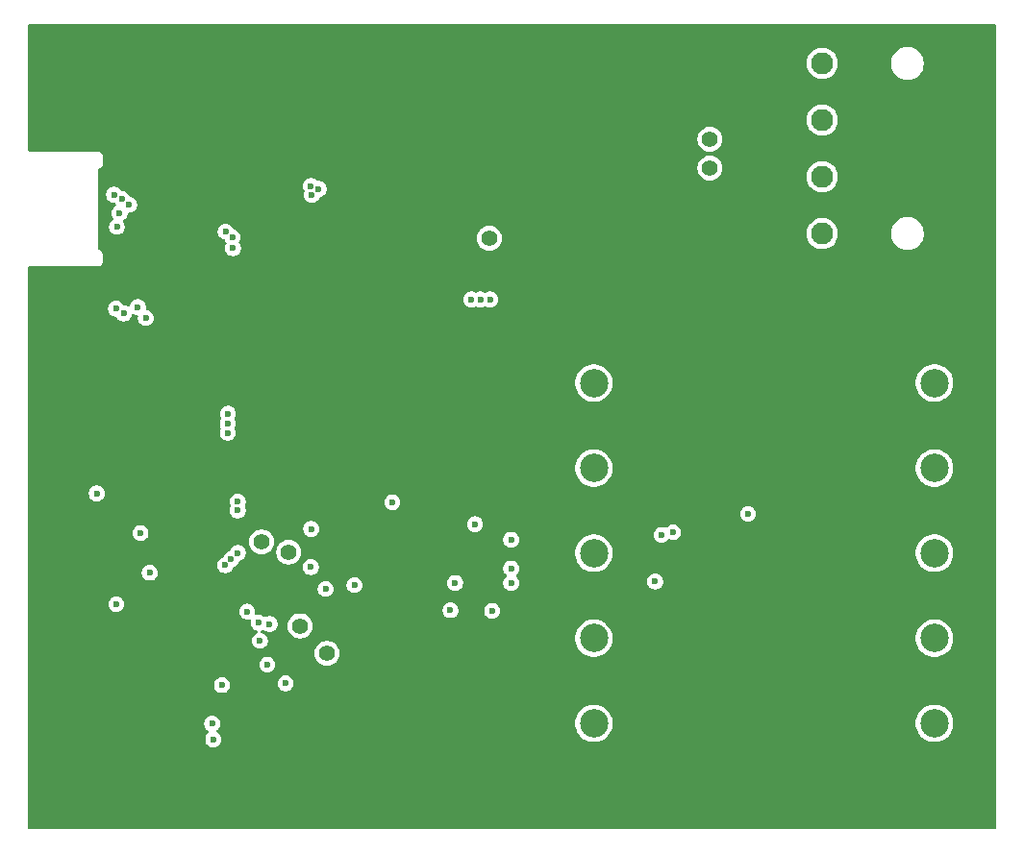
<source format=gbr>
G04 #@! TF.GenerationSoftware,KiCad,Pcbnew,9.0.1+1*
G04 #@! TF.CreationDate,2025-09-08T09:15:57+00:00*
G04 #@! TF.ProjectId,c64psu,63363470-7375-42e6-9b69-6361645f7063,rev?*
G04 #@! TF.SameCoordinates,Original*
G04 #@! TF.FileFunction,Copper,L2,Inr*
G04 #@! TF.FilePolarity,Positive*
%FSLAX46Y46*%
G04 Gerber Fmt 4.6, Leading zero omitted, Abs format (unit mm)*
G04 Created by KiCad (PCBNEW 9.0.1+1) date 2025-09-08 09:15:57*
%MOMM*%
%LPD*%
G01*
G04 APERTURE LIST*
G04 #@! TA.AperFunction,ComponentPad*
%ADD10C,2.500000*%
G04 #@! TD*
G04 #@! TA.AperFunction,ComponentPad*
%ADD11C,1.400000*%
G04 #@! TD*
G04 #@! TA.AperFunction,ComponentPad*
%ADD12C,3.600000*%
G04 #@! TD*
G04 #@! TA.AperFunction,ComponentPad*
%ADD13O,1.550000X1.050000*%
G04 #@! TD*
G04 #@! TA.AperFunction,ComponentPad*
%ADD14O,1.950000X1.050000*%
G04 #@! TD*
G04 #@! TA.AperFunction,ComponentPad*
%ADD15C,1.950000*%
G04 #@! TD*
G04 #@! TA.AperFunction,ComponentPad*
%ADD16R,1.950000X1.950000*%
G04 #@! TD*
G04 #@! TA.AperFunction,ViaPad*
%ADD17C,0.600000*%
G04 #@! TD*
G04 APERTURE END LIST*
D10*
X183370000Y-69110000D03*
X183370000Y-76610000D03*
X183370000Y-84110000D03*
X183370000Y-91610000D03*
X183370000Y-99110000D03*
X213370000Y-69110000D03*
X213370000Y-76610000D03*
X213370000Y-84110000D03*
X213370000Y-91610000D03*
X213370000Y-99110000D03*
D11*
X157500000Y-90520000D03*
X160040000Y-90520000D03*
X159870000Y-92960001D03*
X159870000Y-95500001D03*
D12*
X190000000Y-42000000D03*
D11*
X156510000Y-84019999D03*
X156510000Y-81479999D03*
D13*
X138850000Y-48155000D03*
X138850000Y-59395000D03*
D14*
X134850000Y-48155000D03*
X134850000Y-59395000D03*
D11*
X154120000Y-83130000D03*
X154120000Y-85670000D03*
D12*
X140000000Y-105000000D03*
D11*
X174170300Y-56365150D03*
X176710300Y-56365150D03*
D15*
X215980000Y-50940000D03*
X215980000Y-45940000D03*
D16*
X205980000Y-43440000D03*
D15*
X205980000Y-48440000D03*
X205980000Y-53440000D03*
X203480000Y-45940000D03*
X203480000Y-50940000D03*
X203480000Y-40940000D03*
X203480000Y-55940000D03*
D11*
X193598800Y-50170399D03*
X193598800Y-47630399D03*
D12*
X140000000Y-42000000D03*
D17*
X177535865Y-48329416D03*
X158035465Y-78041544D03*
X147232327Y-61231221D03*
X147367023Y-63241024D03*
X151605000Y-95741000D03*
X154433265Y-59249852D03*
X175390000Y-88210000D03*
X141333500Y-50573950D03*
X146631130Y-48684508D03*
X151064199Y-76720200D03*
X140331850Y-57091395D03*
X173980000Y-92610000D03*
X148432067Y-48691598D03*
X177119813Y-54592482D03*
X157983504Y-74683571D03*
X174990000Y-92530000D03*
X138527300Y-61038750D03*
X150084899Y-74380500D03*
X151683800Y-86777400D03*
X154440694Y-57570786D03*
X189331600Y-81539200D03*
X174950000Y-90530000D03*
X145282548Y-58147437D03*
X177104954Y-53790096D03*
X177104954Y-51739555D03*
X149522200Y-98027000D03*
X198095437Y-55040963D03*
X160020000Y-79260000D03*
X169460400Y-84665999D03*
X174960000Y-93480000D03*
X138323400Y-93201000D03*
X147531100Y-49253150D03*
X138522300Y-62548750D03*
X144836226Y-57520465D03*
X141333500Y-49761150D03*
X177127243Y-52556800D03*
X140307085Y-50562617D03*
X143818100Y-57662976D03*
X149245400Y-94318600D03*
X166682700Y-52402750D03*
X146654600Y-97061800D03*
X154474999Y-58375000D03*
X138120200Y-88324200D03*
X160157760Y-58870423D03*
X138034789Y-89679611D03*
X146673671Y-49826047D03*
X172610000Y-94090000D03*
X141320600Y-87641000D03*
X169601100Y-57736750D03*
X141320600Y-92794600D03*
X153003299Y-80397700D03*
X175700000Y-93970000D03*
X176101001Y-84190000D03*
X160010000Y-80230000D03*
X146659800Y-98027000D03*
X145102500Y-59510000D03*
X167363100Y-53332350D03*
X177543295Y-44094603D03*
X144775000Y-88375000D03*
X197790637Y-40920237D03*
X147264200Y-94420200D03*
X175960000Y-90460000D03*
X140304600Y-88781400D03*
X176610000Y-92320000D03*
X144395672Y-58112274D03*
X140863400Y-74944200D03*
X146310724Y-63283560D03*
X177550724Y-46204580D03*
X158022475Y-76261883D03*
X140579500Y-58488140D03*
X146324903Y-61263122D03*
X160074001Y-50619797D03*
X148417887Y-49804776D03*
X170742500Y-90090001D03*
X162094824Y-50679232D03*
X157994999Y-73840000D03*
X146287500Y-64656750D03*
X177550724Y-50424534D03*
X158034999Y-77120000D03*
X165971500Y-52605950D03*
X140503893Y-90994456D03*
X161094700Y-50724549D03*
X176570000Y-93540000D03*
X192043900Y-84531200D03*
X143228200Y-85733400D03*
X171750508Y-52544481D03*
X174410000Y-88230000D03*
X177543295Y-45454201D03*
X146652601Y-98992200D03*
X153026099Y-81362900D03*
X190347600Y-81308000D03*
X141066600Y-93658200D03*
X139542600Y-93743611D03*
X140569594Y-57765003D03*
X161150000Y-58875000D03*
X161030000Y-87260000D03*
X138323400Y-74944200D03*
X171559500Y-56722749D03*
X149522200Y-97061800D03*
X174420000Y-94130000D03*
X162175539Y-58862446D03*
X171770320Y-51742096D03*
X177528436Y-43284788D03*
X176650000Y-91200000D03*
X167292300Y-52758350D03*
X173830000Y-93520000D03*
X150214499Y-80397700D03*
X177528436Y-47541890D03*
X166530300Y-53113950D03*
X166174700Y-51894750D03*
X174990000Y-91550000D03*
X172632500Y-92840000D03*
X138276507Y-91241944D03*
X142133400Y-74944200D03*
X177550724Y-49607290D03*
X157996495Y-73098764D03*
X152116899Y-74403300D03*
X150120848Y-89122200D03*
X175790000Y-91900000D03*
X169631099Y-56669949D03*
X140498762Y-49899690D03*
X171950000Y-81560000D03*
X198808100Y-82057200D03*
X175900000Y-92890000D03*
X172910000Y-81560000D03*
X165630000Y-79620000D03*
X151125000Y-72700000D03*
X190347600Y-82268000D03*
X174250000Y-61750000D03*
X151156092Y-71816415D03*
X189331600Y-82499200D03*
X173375000Y-61750000D03*
X172575000Y-61750000D03*
X151125000Y-73500000D03*
X152014000Y-84082400D03*
X150617000Y-95741000D03*
X152014198Y-79550000D03*
X149855000Y-100516200D03*
X151429800Y-84666600D03*
X196951600Y-80646000D03*
X149753400Y-99144600D03*
X141320600Y-88601000D03*
X152014198Y-80340000D03*
X150921800Y-85174600D03*
X144260200Y-85835000D03*
X174410000Y-89190000D03*
X141607500Y-54138750D03*
X141972586Y-62987169D03*
X141822754Y-52912510D03*
X143924300Y-63375550D03*
X142458534Y-53398090D03*
X141127500Y-52516750D03*
X143213100Y-62421750D03*
X141367500Y-55349750D03*
X141289958Y-62570008D03*
X139593400Y-78844200D03*
X143454200Y-82329800D03*
X151540302Y-56263550D03*
X159130000Y-52010000D03*
X158535728Y-52532220D03*
X158460000Y-51740000D03*
X151595100Y-57228750D03*
X150934700Y-55755550D03*
X176101001Y-85460000D03*
X153870000Y-90250000D03*
X152840000Y-89250000D03*
X176101001Y-82920000D03*
X154810000Y-90350000D03*
X162300000Y-86920000D03*
X153960000Y-91830000D03*
X159760000Y-87260000D03*
X156230000Y-95590000D03*
X188772800Y-86614000D03*
X158460000Y-85330000D03*
X176101001Y-86730000D03*
X158490000Y-81970000D03*
X171151001Y-86730000D03*
X154620000Y-93930000D03*
X170742500Y-89140002D03*
G04 #@! TA.AperFunction,Conductor*
G36*
X218650289Y-37483801D02*
G01*
X218717323Y-37503505D01*
X218763062Y-37556322D01*
X218774253Y-37607757D01*
X218799356Y-108325911D01*
X218779695Y-108392957D01*
X218726907Y-108438731D01*
X218675320Y-108449955D01*
X133674265Y-108425289D01*
X133607231Y-108405585D01*
X133561492Y-108352768D01*
X133550301Y-108301352D01*
X133545798Y-99213595D01*
X149052899Y-99213595D01*
X149079818Y-99348922D01*
X149079821Y-99348932D01*
X149132621Y-99476404D01*
X149132628Y-99476417D01*
X149209285Y-99591141D01*
X149209288Y-99591145D01*
X149306857Y-99688714D01*
X149415402Y-99761241D01*
X149460207Y-99814853D01*
X149468914Y-99884178D01*
X149438760Y-99947205D01*
X149415407Y-99967442D01*
X149408458Y-99972085D01*
X149408454Y-99972088D01*
X149310888Y-100069654D01*
X149310885Y-100069658D01*
X149234228Y-100184382D01*
X149234221Y-100184395D01*
X149181421Y-100311867D01*
X149181418Y-100311877D01*
X149154500Y-100447204D01*
X149154500Y-100447207D01*
X149154500Y-100585193D01*
X149154500Y-100585195D01*
X149154499Y-100585195D01*
X149181418Y-100720522D01*
X149181421Y-100720532D01*
X149234221Y-100848004D01*
X149234228Y-100848017D01*
X149310885Y-100962741D01*
X149310888Y-100962745D01*
X149408454Y-101060311D01*
X149408458Y-101060314D01*
X149523182Y-101136971D01*
X149523195Y-101136978D01*
X149650667Y-101189778D01*
X149650672Y-101189780D01*
X149650676Y-101189780D01*
X149650677Y-101189781D01*
X149786004Y-101216700D01*
X149786007Y-101216700D01*
X149923995Y-101216700D01*
X150015041Y-101198589D01*
X150059328Y-101189780D01*
X150186811Y-101136975D01*
X150301542Y-101060314D01*
X150399114Y-100962742D01*
X150475775Y-100848011D01*
X150528580Y-100720528D01*
X150555500Y-100585193D01*
X150555500Y-100447207D01*
X150555500Y-100447204D01*
X150528581Y-100311877D01*
X150528580Y-100311876D01*
X150528580Y-100311872D01*
X150476123Y-100185229D01*
X150475778Y-100184395D01*
X150475771Y-100184382D01*
X150399114Y-100069658D01*
X150399111Y-100069654D01*
X150301545Y-99972088D01*
X150301541Y-99972085D01*
X150192997Y-99899558D01*
X150148192Y-99845946D01*
X150139485Y-99776621D01*
X150169639Y-99713593D01*
X150192996Y-99693355D01*
X150199942Y-99688714D01*
X150297514Y-99591142D01*
X150374175Y-99476411D01*
X150426980Y-99348928D01*
X150453900Y-99213593D01*
X150453900Y-99075607D01*
X150453900Y-99075604D01*
X150438746Y-98999423D01*
X150438746Y-98999422D01*
X150434902Y-98980097D01*
X181719500Y-98980097D01*
X181719500Y-99239902D01*
X181760140Y-99496493D01*
X181840422Y-99743576D01*
X181892583Y-99845946D01*
X181958366Y-99975051D01*
X182111069Y-100185229D01*
X182294771Y-100368931D01*
X182504949Y-100521634D01*
X182629690Y-100585193D01*
X182736423Y-100639577D01*
X182736425Y-100639577D01*
X182736428Y-100639579D01*
X182983507Y-100719860D01*
X183115706Y-100740797D01*
X183240098Y-100760500D01*
X183240103Y-100760500D01*
X183499902Y-100760500D01*
X183613298Y-100742539D01*
X183756493Y-100719860D01*
X184003572Y-100639579D01*
X184235051Y-100521634D01*
X184445229Y-100368931D01*
X184628931Y-100185229D01*
X184781634Y-99975051D01*
X184899579Y-99743572D01*
X184979860Y-99496493D01*
X185003232Y-99348928D01*
X185020500Y-99239902D01*
X185020500Y-98980097D01*
X211719500Y-98980097D01*
X211719500Y-99239902D01*
X211760140Y-99496493D01*
X211840422Y-99743576D01*
X211892583Y-99845946D01*
X211958366Y-99975051D01*
X212111069Y-100185229D01*
X212294771Y-100368931D01*
X212504949Y-100521634D01*
X212629690Y-100585193D01*
X212736423Y-100639577D01*
X212736425Y-100639577D01*
X212736428Y-100639579D01*
X212983507Y-100719860D01*
X213115706Y-100740797D01*
X213240098Y-100760500D01*
X213240103Y-100760500D01*
X213499902Y-100760500D01*
X213613298Y-100742539D01*
X213756493Y-100719860D01*
X214003572Y-100639579D01*
X214235051Y-100521634D01*
X214445229Y-100368931D01*
X214628931Y-100185229D01*
X214781634Y-99975051D01*
X214899579Y-99743572D01*
X214979860Y-99496493D01*
X215003232Y-99348928D01*
X215020500Y-99239902D01*
X215020500Y-98980097D01*
X214998947Y-98844021D01*
X214979860Y-98723507D01*
X214899579Y-98476428D01*
X214899577Y-98476425D01*
X214899577Y-98476423D01*
X214856787Y-98392445D01*
X214781634Y-98244949D01*
X214628931Y-98034771D01*
X214445229Y-97851069D01*
X214235051Y-97698366D01*
X214162764Y-97661534D01*
X214003576Y-97580422D01*
X213756493Y-97500140D01*
X213499902Y-97459500D01*
X213499897Y-97459500D01*
X213240103Y-97459500D01*
X213240098Y-97459500D01*
X212983506Y-97500140D01*
X212736423Y-97580422D01*
X212504945Y-97698368D01*
X212294774Y-97851066D01*
X212294768Y-97851071D01*
X212111071Y-98034768D01*
X212111066Y-98034774D01*
X211958368Y-98244945D01*
X211840422Y-98476423D01*
X211760140Y-98723506D01*
X211719500Y-98980097D01*
X185020500Y-98980097D01*
X184998947Y-98844021D01*
X184979860Y-98723507D01*
X184899579Y-98476428D01*
X184899577Y-98476425D01*
X184899577Y-98476423D01*
X184856787Y-98392445D01*
X184781634Y-98244949D01*
X184628931Y-98034771D01*
X184445229Y-97851069D01*
X184235051Y-97698366D01*
X184162764Y-97661534D01*
X184003576Y-97580422D01*
X183756493Y-97500140D01*
X183499902Y-97459500D01*
X183499897Y-97459500D01*
X183240103Y-97459500D01*
X183240098Y-97459500D01*
X182983506Y-97500140D01*
X182736423Y-97580422D01*
X182504945Y-97698368D01*
X182294774Y-97851066D01*
X182294768Y-97851071D01*
X182111071Y-98034768D01*
X182111066Y-98034774D01*
X181958368Y-98244945D01*
X181840422Y-98476423D01*
X181760140Y-98723506D01*
X181719500Y-98980097D01*
X150434902Y-98980097D01*
X150426981Y-98940279D01*
X150426981Y-98940277D01*
X150426980Y-98940272D01*
X150426978Y-98940267D01*
X150374178Y-98812795D01*
X150374171Y-98812782D01*
X150297514Y-98698058D01*
X150297511Y-98698054D01*
X150199945Y-98600488D01*
X150199941Y-98600485D01*
X150085217Y-98523828D01*
X150085204Y-98523821D01*
X149957732Y-98471021D01*
X149957722Y-98471018D01*
X149822395Y-98444100D01*
X149822393Y-98444100D01*
X149684407Y-98444100D01*
X149684405Y-98444100D01*
X149549077Y-98471018D01*
X149549067Y-98471021D01*
X149421595Y-98523821D01*
X149421582Y-98523828D01*
X149306858Y-98600485D01*
X149306854Y-98600488D01*
X149209288Y-98698054D01*
X149209285Y-98698058D01*
X149132628Y-98812782D01*
X149132621Y-98812795D01*
X149079821Y-98940267D01*
X149079818Y-98940277D01*
X149052900Y-99075604D01*
X149052900Y-99075607D01*
X149052900Y-99213593D01*
X149052900Y-99213595D01*
X149052899Y-99213595D01*
X133545798Y-99213595D01*
X133544112Y-95809995D01*
X149916499Y-95809995D01*
X149943418Y-95945322D01*
X149943421Y-95945332D01*
X149996221Y-96072804D01*
X149996228Y-96072817D01*
X150072885Y-96187541D01*
X150072888Y-96187545D01*
X150170454Y-96285111D01*
X150170458Y-96285114D01*
X150285182Y-96361771D01*
X150285195Y-96361778D01*
X150412667Y-96414578D01*
X150412672Y-96414580D01*
X150412676Y-96414580D01*
X150412677Y-96414581D01*
X150548004Y-96441500D01*
X150548007Y-96441500D01*
X150685995Y-96441500D01*
X150777041Y-96423389D01*
X150821328Y-96414580D01*
X150948811Y-96361775D01*
X151063542Y-96285114D01*
X151161114Y-96187542D01*
X151237775Y-96072811D01*
X151290580Y-95945328D01*
X151317500Y-95809993D01*
X151317500Y-95672007D01*
X151317500Y-95672004D01*
X151317499Y-95672002D01*
X151314912Y-95658995D01*
X155529499Y-95658995D01*
X155556418Y-95794322D01*
X155556421Y-95794332D01*
X155609221Y-95921804D01*
X155609228Y-95921817D01*
X155685885Y-96036541D01*
X155685888Y-96036545D01*
X155783454Y-96134111D01*
X155783458Y-96134114D01*
X155898182Y-96210771D01*
X155898195Y-96210778D01*
X156025667Y-96263578D01*
X156025672Y-96263580D01*
X156025676Y-96263580D01*
X156025677Y-96263581D01*
X156161004Y-96290500D01*
X156161007Y-96290500D01*
X156298995Y-96290500D01*
X156390041Y-96272389D01*
X156434328Y-96263580D01*
X156561811Y-96210775D01*
X156676542Y-96134114D01*
X156774114Y-96036542D01*
X156850775Y-95921811D01*
X156903580Y-95794328D01*
X156912389Y-95750041D01*
X156930500Y-95658995D01*
X156930500Y-95521004D01*
X156903581Y-95385677D01*
X156903580Y-95385676D01*
X156903580Y-95385672D01*
X156865798Y-95294458D01*
X156850778Y-95258195D01*
X156850771Y-95258182D01*
X156774114Y-95143458D01*
X156774111Y-95143454D01*
X156676545Y-95045888D01*
X156676541Y-95045885D01*
X156561817Y-94969228D01*
X156561804Y-94969221D01*
X156434332Y-94916421D01*
X156434322Y-94916418D01*
X156298995Y-94889500D01*
X156298993Y-94889500D01*
X156161007Y-94889500D01*
X156161005Y-94889500D01*
X156025677Y-94916418D01*
X156025667Y-94916421D01*
X155898195Y-94969221D01*
X155898182Y-94969228D01*
X155783458Y-95045885D01*
X155783454Y-95045888D01*
X155685888Y-95143454D01*
X155685885Y-95143458D01*
X155609228Y-95258182D01*
X155609221Y-95258195D01*
X155556421Y-95385667D01*
X155556418Y-95385677D01*
X155529500Y-95521004D01*
X155529500Y-95521007D01*
X155529500Y-95658993D01*
X155529500Y-95658995D01*
X155529499Y-95658995D01*
X151314912Y-95658995D01*
X151291065Y-95539106D01*
X151291065Y-95539105D01*
X151290582Y-95536681D01*
X151290581Y-95536677D01*
X151290580Y-95536672D01*
X151284090Y-95521004D01*
X151237778Y-95409195D01*
X151237771Y-95409182D01*
X151161114Y-95294458D01*
X151161111Y-95294454D01*
X151063545Y-95196888D01*
X151063541Y-95196885D01*
X150948817Y-95120228D01*
X150948804Y-95120221D01*
X150821332Y-95067421D01*
X150821322Y-95067418D01*
X150685995Y-95040500D01*
X150685993Y-95040500D01*
X150548007Y-95040500D01*
X150548005Y-95040500D01*
X150412677Y-95067418D01*
X150412667Y-95067421D01*
X150285195Y-95120221D01*
X150285182Y-95120228D01*
X150170458Y-95196885D01*
X150170454Y-95196888D01*
X150072888Y-95294454D01*
X150072885Y-95294458D01*
X149996228Y-95409182D01*
X149996221Y-95409195D01*
X149943421Y-95536667D01*
X149943418Y-95536677D01*
X149916500Y-95672004D01*
X149916500Y-95672007D01*
X149916500Y-95809993D01*
X149916500Y-95809995D01*
X149916499Y-95809995D01*
X133544112Y-95809995D01*
X133543215Y-93998995D01*
X153919499Y-93998995D01*
X153946418Y-94134322D01*
X153946421Y-94134332D01*
X153999221Y-94261804D01*
X153999228Y-94261817D01*
X154075885Y-94376541D01*
X154075888Y-94376545D01*
X154173454Y-94474111D01*
X154173458Y-94474114D01*
X154288182Y-94550771D01*
X154288195Y-94550778D01*
X154415667Y-94603578D01*
X154415672Y-94603580D01*
X154415676Y-94603580D01*
X154415677Y-94603581D01*
X154551004Y-94630500D01*
X154551007Y-94630500D01*
X154688995Y-94630500D01*
X154780041Y-94612389D01*
X154824328Y-94603580D01*
X154951811Y-94550775D01*
X155066542Y-94474114D01*
X155164114Y-94376542D01*
X155240775Y-94261811D01*
X155293580Y-94134328D01*
X155308265Y-94060501D01*
X155320500Y-93998995D01*
X155320500Y-93861004D01*
X155293581Y-93725677D01*
X155293580Y-93725676D01*
X155293580Y-93725672D01*
X155273391Y-93676931D01*
X155240778Y-93598195D01*
X155240771Y-93598182D01*
X155164114Y-93483458D01*
X155164111Y-93483454D01*
X155066545Y-93385888D01*
X155066541Y-93385885D01*
X154951817Y-93309228D01*
X154951804Y-93309221D01*
X154824332Y-93256421D01*
X154824322Y-93256418D01*
X154688995Y-93229500D01*
X154688993Y-93229500D01*
X154551007Y-93229500D01*
X154551005Y-93229500D01*
X154415677Y-93256418D01*
X154415667Y-93256421D01*
X154288195Y-93309221D01*
X154288182Y-93309228D01*
X154173458Y-93385885D01*
X154173454Y-93385888D01*
X154075888Y-93483454D01*
X154075885Y-93483458D01*
X153999228Y-93598182D01*
X153999221Y-93598195D01*
X153946421Y-93725667D01*
X153946418Y-93725677D01*
X153919500Y-93861004D01*
X153919500Y-93861007D01*
X153919500Y-93998993D01*
X153919500Y-93998995D01*
X153919499Y-93998995D01*
X133543215Y-93998995D01*
X133542657Y-92873390D01*
X158769500Y-92873390D01*
X158769500Y-93046611D01*
X158784224Y-93139579D01*
X158796598Y-93217702D01*
X158850127Y-93382446D01*
X158928768Y-93536789D01*
X159030586Y-93676929D01*
X159153072Y-93799415D01*
X159293212Y-93901233D01*
X159447555Y-93979874D01*
X159612299Y-94033403D01*
X159783389Y-94060501D01*
X159783390Y-94060501D01*
X159956610Y-94060501D01*
X159956611Y-94060501D01*
X160127701Y-94033403D01*
X160292445Y-93979874D01*
X160446788Y-93901233D01*
X160586928Y-93799415D01*
X160709414Y-93676929D01*
X160811232Y-93536789D01*
X160889873Y-93382446D01*
X160943402Y-93217702D01*
X160970500Y-93046612D01*
X160970500Y-92873390D01*
X160943402Y-92702300D01*
X160889873Y-92537556D01*
X160811232Y-92383213D01*
X160709414Y-92243073D01*
X160586928Y-92120587D01*
X160446788Y-92018769D01*
X160292445Y-91940128D01*
X160127701Y-91886599D01*
X160127699Y-91886598D01*
X160127698Y-91886598D01*
X159996271Y-91865782D01*
X159956611Y-91859501D01*
X159783389Y-91859501D01*
X159743728Y-91865782D01*
X159612302Y-91886598D01*
X159447552Y-91940129D01*
X159293211Y-92018769D01*
X159271791Y-92034332D01*
X159153072Y-92120587D01*
X159153070Y-92120589D01*
X159153069Y-92120589D01*
X159030588Y-92243070D01*
X159030588Y-92243071D01*
X159030586Y-92243073D01*
X159006267Y-92276545D01*
X158928768Y-92383212D01*
X158850128Y-92537553D01*
X158796597Y-92702303D01*
X158769500Y-92873390D01*
X133542657Y-92873390D01*
X133540896Y-89318995D01*
X152139499Y-89318995D01*
X152166418Y-89454322D01*
X152166421Y-89454332D01*
X152219221Y-89581804D01*
X152219228Y-89581817D01*
X152295885Y-89696541D01*
X152295888Y-89696545D01*
X152393454Y-89794111D01*
X152393458Y-89794114D01*
X152508182Y-89870771D01*
X152508195Y-89870778D01*
X152622657Y-89918189D01*
X152635672Y-89923580D01*
X152635676Y-89923580D01*
X152635677Y-89923581D01*
X152771004Y-89950500D01*
X152771007Y-89950500D01*
X152908995Y-89950500D01*
X153045957Y-89923256D01*
X153115549Y-89929483D01*
X153170726Y-89972346D01*
X153193971Y-90038235D01*
X153191766Y-90069064D01*
X153169500Y-90181002D01*
X153169500Y-90181007D01*
X153169500Y-90318993D01*
X153169500Y-90318995D01*
X153169499Y-90318995D01*
X153196418Y-90454322D01*
X153196421Y-90454332D01*
X153249221Y-90581804D01*
X153249228Y-90581817D01*
X153325885Y-90696541D01*
X153325888Y-90696545D01*
X153423454Y-90794111D01*
X153423458Y-90794114D01*
X153538182Y-90870771D01*
X153538195Y-90870778D01*
X153640342Y-90913088D01*
X153665672Y-90923580D01*
X153705314Y-90931465D01*
X153767223Y-90963849D01*
X153801798Y-91024564D01*
X153798059Y-91094333D01*
X153757194Y-91151006D01*
X153728575Y-91167643D01*
X153628192Y-91209223D01*
X153628182Y-91209228D01*
X153513458Y-91285885D01*
X153513454Y-91285888D01*
X153415888Y-91383454D01*
X153415885Y-91383458D01*
X153339228Y-91498182D01*
X153339221Y-91498195D01*
X153286421Y-91625667D01*
X153286418Y-91625677D01*
X153259500Y-91761004D01*
X153259500Y-91761007D01*
X153259500Y-91898993D01*
X153259500Y-91898995D01*
X153259499Y-91898995D01*
X153286418Y-92034322D01*
X153286421Y-92034332D01*
X153339221Y-92161804D01*
X153339228Y-92161817D01*
X153415885Y-92276541D01*
X153415888Y-92276545D01*
X153513454Y-92374111D01*
X153513458Y-92374114D01*
X153628182Y-92450771D01*
X153628195Y-92450778D01*
X153755667Y-92503578D01*
X153755672Y-92503580D01*
X153755676Y-92503580D01*
X153755677Y-92503581D01*
X153891004Y-92530500D01*
X153891007Y-92530500D01*
X154028995Y-92530500D01*
X154120041Y-92512389D01*
X154164328Y-92503580D01*
X154291811Y-92450775D01*
X154406542Y-92374114D01*
X154504114Y-92276542D01*
X154580775Y-92161811D01*
X154633580Y-92034328D01*
X154642389Y-91990041D01*
X154660500Y-91898995D01*
X154660500Y-91761004D01*
X154633581Y-91625677D01*
X154633580Y-91625676D01*
X154633580Y-91625672D01*
X154631438Y-91620500D01*
X154580778Y-91498195D01*
X154580771Y-91498182D01*
X154504114Y-91383458D01*
X154504111Y-91383454D01*
X154406545Y-91285888D01*
X154406541Y-91285885D01*
X154291817Y-91209228D01*
X154291804Y-91209221D01*
X154164332Y-91156421D01*
X154164322Y-91156418D01*
X154124685Y-91148534D01*
X154095466Y-91133250D01*
X154065766Y-91118942D01*
X154064655Y-91117133D01*
X154062774Y-91116149D01*
X154046455Y-91087492D01*
X154029207Y-91059400D01*
X154029250Y-91057278D01*
X154028200Y-91055433D01*
X154029965Y-91022494D01*
X154030643Y-90989546D01*
X154031826Y-90987785D01*
X154031940Y-90985664D01*
X154051227Y-90958916D01*
X154069616Y-90931556D01*
X154071992Y-90930121D01*
X154072807Y-90928992D01*
X154099693Y-90913088D01*
X154100503Y-90912737D01*
X154201811Y-90870775D01*
X154209479Y-90865650D01*
X154219813Y-90861186D01*
X154243748Y-90858245D01*
X154266760Y-90851035D01*
X154277801Y-90854061D01*
X154289162Y-90852666D01*
X154310885Y-90863131D01*
X154334144Y-90869507D01*
X154349751Y-90881854D01*
X154352108Y-90882990D01*
X154352978Y-90884408D01*
X154356682Y-90887338D01*
X154363458Y-90894114D01*
X154478182Y-90970771D01*
X154478195Y-90970778D01*
X154523506Y-90989546D01*
X154605672Y-91023580D01*
X154605676Y-91023580D01*
X154605677Y-91023581D01*
X154741004Y-91050500D01*
X154741007Y-91050500D01*
X154878995Y-91050500D01*
X154970041Y-91032389D01*
X155014328Y-91023580D01*
X155112924Y-90982740D01*
X155141804Y-90970778D01*
X155141804Y-90970777D01*
X155141811Y-90970775D01*
X155256542Y-90894114D01*
X155354114Y-90796542D01*
X155430775Y-90681811D01*
X155483580Y-90554328D01*
X155507636Y-90433389D01*
X156399500Y-90433389D01*
X156399500Y-90606610D01*
X156421410Y-90744949D01*
X156426598Y-90777701D01*
X156473997Y-90923580D01*
X156480128Y-90942447D01*
X156497442Y-90976428D01*
X156558768Y-91096788D01*
X156660586Y-91236928D01*
X156783072Y-91359414D01*
X156923212Y-91461232D01*
X157077555Y-91539873D01*
X157242299Y-91593402D01*
X157413389Y-91620500D01*
X157413390Y-91620500D01*
X157586610Y-91620500D01*
X157586611Y-91620500D01*
X157757701Y-91593402D01*
X157922445Y-91539873D01*
X158039763Y-91480097D01*
X181719500Y-91480097D01*
X181719500Y-91739902D01*
X181760140Y-91996493D01*
X181840422Y-92243576D01*
X181906934Y-92374111D01*
X181958366Y-92475051D01*
X182111069Y-92685229D01*
X182294771Y-92868931D01*
X182504949Y-93021634D01*
X182652445Y-93096787D01*
X182736423Y-93139577D01*
X182736425Y-93139577D01*
X182736428Y-93139579D01*
X182983507Y-93219860D01*
X183115706Y-93240797D01*
X183240098Y-93260500D01*
X183240103Y-93260500D01*
X183499902Y-93260500D01*
X183613298Y-93242539D01*
X183756493Y-93219860D01*
X184003572Y-93139579D01*
X184235051Y-93021634D01*
X184445229Y-92868931D01*
X184628931Y-92685229D01*
X184781634Y-92475051D01*
X184899579Y-92243572D01*
X184979860Y-91996493D01*
X185017157Y-91761007D01*
X185020500Y-91739902D01*
X185020500Y-91480097D01*
X211719500Y-91480097D01*
X211719500Y-91739902D01*
X211760140Y-91996493D01*
X211840422Y-92243576D01*
X211906934Y-92374111D01*
X211958366Y-92475051D01*
X212111069Y-92685229D01*
X212294771Y-92868931D01*
X212504949Y-93021634D01*
X212652445Y-93096787D01*
X212736423Y-93139577D01*
X212736425Y-93139577D01*
X212736428Y-93139579D01*
X212983507Y-93219860D01*
X213115706Y-93240797D01*
X213240098Y-93260500D01*
X213240103Y-93260500D01*
X213499902Y-93260500D01*
X213613298Y-93242539D01*
X213756493Y-93219860D01*
X214003572Y-93139579D01*
X214235051Y-93021634D01*
X214445229Y-92868931D01*
X214628931Y-92685229D01*
X214781634Y-92475051D01*
X214899579Y-92243572D01*
X214979860Y-91996493D01*
X215017157Y-91761007D01*
X215020500Y-91739902D01*
X215020500Y-91480097D01*
X214989740Y-91285888D01*
X214979860Y-91223507D01*
X214899579Y-90976428D01*
X214899577Y-90976425D01*
X214899577Y-90976423D01*
X214839361Y-90858245D01*
X214781634Y-90744949D01*
X214628931Y-90534771D01*
X214445229Y-90351069D01*
X214323052Y-90262302D01*
X214235054Y-90198368D01*
X214235053Y-90198367D01*
X214235051Y-90198366D01*
X214131624Y-90145667D01*
X214003576Y-90080422D01*
X213756493Y-90000140D01*
X213499902Y-89959500D01*
X213499897Y-89959500D01*
X213240103Y-89959500D01*
X213240098Y-89959500D01*
X212983506Y-90000140D01*
X212736423Y-90080422D01*
X212504945Y-90198368D01*
X212294774Y-90351066D01*
X212294768Y-90351071D01*
X212111071Y-90534768D01*
X212111066Y-90534774D01*
X211958368Y-90744945D01*
X211840422Y-90976423D01*
X211760140Y-91223506D01*
X211719500Y-91480097D01*
X185020500Y-91480097D01*
X184989740Y-91285888D01*
X184979860Y-91223507D01*
X184899579Y-90976428D01*
X184899577Y-90976425D01*
X184899577Y-90976423D01*
X184839361Y-90858245D01*
X184781634Y-90744949D01*
X184628931Y-90534771D01*
X184445229Y-90351069D01*
X184323052Y-90262302D01*
X184235054Y-90198368D01*
X184235053Y-90198367D01*
X184235051Y-90198366D01*
X184131624Y-90145667D01*
X184003576Y-90080422D01*
X183756493Y-90000140D01*
X183499902Y-89959500D01*
X183499897Y-89959500D01*
X183240103Y-89959500D01*
X183240098Y-89959500D01*
X182983506Y-90000140D01*
X182736423Y-90080422D01*
X182504945Y-90198368D01*
X182294774Y-90351066D01*
X182294768Y-90351071D01*
X182111071Y-90534768D01*
X182111066Y-90534774D01*
X181958368Y-90744945D01*
X181840422Y-90976423D01*
X181760140Y-91223506D01*
X181719500Y-91480097D01*
X158039763Y-91480097D01*
X158076788Y-91461232D01*
X158216928Y-91359414D01*
X158339414Y-91236928D01*
X158441232Y-91096788D01*
X158519873Y-90942445D01*
X158573402Y-90777701D01*
X158600500Y-90606611D01*
X158600500Y-90433389D01*
X158573402Y-90262299D01*
X158519873Y-90097555D01*
X158441232Y-89943212D01*
X158339414Y-89803072D01*
X158216928Y-89680586D01*
X158076788Y-89578768D01*
X157922445Y-89500127D01*
X157757701Y-89446598D01*
X157757699Y-89446597D01*
X157757698Y-89446597D01*
X157626271Y-89425781D01*
X157586611Y-89419500D01*
X157413389Y-89419500D01*
X157373728Y-89425781D01*
X157242302Y-89446597D01*
X157077552Y-89500128D01*
X156923211Y-89578768D01*
X156853764Y-89629225D01*
X156783072Y-89680586D01*
X156783070Y-89680588D01*
X156783069Y-89680588D01*
X156660588Y-89803069D01*
X156660588Y-89803070D01*
X156660586Y-89803072D01*
X156616859Y-89863256D01*
X156558768Y-89943211D01*
X156480128Y-90097552D01*
X156426597Y-90262302D01*
X156399500Y-90433389D01*
X155507636Y-90433389D01*
X155510500Y-90418993D01*
X155510500Y-90281007D01*
X155510500Y-90281004D01*
X155483581Y-90145677D01*
X155483580Y-90145676D01*
X155483580Y-90145672D01*
X155483578Y-90145667D01*
X155430778Y-90018195D01*
X155430771Y-90018182D01*
X155354114Y-89903458D01*
X155354111Y-89903454D01*
X155256545Y-89805888D01*
X155256541Y-89805885D01*
X155141817Y-89729228D01*
X155141804Y-89729221D01*
X155014332Y-89676421D01*
X155014322Y-89676418D01*
X154878995Y-89649500D01*
X154878993Y-89649500D01*
X154741007Y-89649500D01*
X154741005Y-89649500D01*
X154605677Y-89676418D01*
X154605671Y-89676420D01*
X154478192Y-89729223D01*
X154472815Y-89732098D01*
X154471996Y-89730565D01*
X154413179Y-89748964D01*
X154345804Y-89730459D01*
X154323321Y-89712664D01*
X154316545Y-89705888D01*
X154316541Y-89705885D01*
X154201817Y-89629228D01*
X154201804Y-89629221D01*
X154074332Y-89576421D01*
X154074322Y-89576418D01*
X153938995Y-89549500D01*
X153938993Y-89549500D01*
X153801007Y-89549500D01*
X153801002Y-89549500D01*
X153664041Y-89576743D01*
X153594449Y-89570516D01*
X153539272Y-89527652D01*
X153516028Y-89461763D01*
X153518233Y-89430934D01*
X153520508Y-89419500D01*
X153529250Y-89375550D01*
X153540500Y-89318995D01*
X153540500Y-89208997D01*
X170041999Y-89208997D01*
X170068918Y-89344324D01*
X170068921Y-89344334D01*
X170121721Y-89471806D01*
X170121728Y-89471819D01*
X170198385Y-89586543D01*
X170198388Y-89586547D01*
X170295954Y-89684113D01*
X170295958Y-89684116D01*
X170410682Y-89760773D01*
X170410695Y-89760780D01*
X170538167Y-89813580D01*
X170538172Y-89813582D01*
X170538176Y-89813582D01*
X170538177Y-89813583D01*
X170673504Y-89840502D01*
X170673507Y-89840502D01*
X170811495Y-89840502D01*
X170902541Y-89822391D01*
X170946828Y-89813582D01*
X171074311Y-89760777D01*
X171189042Y-89684116D01*
X171286614Y-89586544D01*
X171363275Y-89471813D01*
X171370518Y-89454328D01*
X171384944Y-89419500D01*
X171416080Y-89344330D01*
X171433055Y-89258995D01*
X173709499Y-89258995D01*
X173736418Y-89394322D01*
X173736421Y-89394332D01*
X173789221Y-89521804D01*
X173789228Y-89521817D01*
X173865885Y-89636541D01*
X173865888Y-89636545D01*
X173963454Y-89734111D01*
X173963458Y-89734114D01*
X174078182Y-89810771D01*
X174078195Y-89810778D01*
X174205667Y-89863578D01*
X174205672Y-89863580D01*
X174205676Y-89863580D01*
X174205677Y-89863581D01*
X174341004Y-89890500D01*
X174341007Y-89890500D01*
X174478995Y-89890500D01*
X174578141Y-89870778D01*
X174614328Y-89863580D01*
X174741811Y-89810775D01*
X174856542Y-89734114D01*
X174954114Y-89636542D01*
X175030775Y-89521811D01*
X175083580Y-89394328D01*
X175092389Y-89350041D01*
X175110500Y-89258995D01*
X175110500Y-89121004D01*
X175083581Y-88985677D01*
X175083580Y-88985676D01*
X175083580Y-88985672D01*
X175083578Y-88985667D01*
X175030778Y-88858195D01*
X175030771Y-88858182D01*
X174954114Y-88743458D01*
X174954111Y-88743454D01*
X174856545Y-88645888D01*
X174856541Y-88645885D01*
X174741817Y-88569228D01*
X174741804Y-88569221D01*
X174614332Y-88516421D01*
X174614322Y-88516418D01*
X174478995Y-88489500D01*
X174478993Y-88489500D01*
X174341007Y-88489500D01*
X174341005Y-88489500D01*
X174205677Y-88516418D01*
X174205667Y-88516421D01*
X174078195Y-88569221D01*
X174078182Y-88569228D01*
X173963458Y-88645885D01*
X173963454Y-88645888D01*
X173865888Y-88743454D01*
X173865885Y-88743458D01*
X173789228Y-88858182D01*
X173789221Y-88858195D01*
X173736421Y-88985667D01*
X173736418Y-88985677D01*
X173709500Y-89121004D01*
X173709500Y-89121007D01*
X173709500Y-89258993D01*
X173709500Y-89258995D01*
X173709499Y-89258995D01*
X171433055Y-89258995D01*
X171433055Y-89258993D01*
X171443000Y-89208997D01*
X171443000Y-89071006D01*
X171416081Y-88935679D01*
X171416080Y-88935678D01*
X171416080Y-88935674D01*
X171408835Y-88918182D01*
X171363278Y-88808197D01*
X171363271Y-88808184D01*
X171286614Y-88693460D01*
X171286611Y-88693456D01*
X171189045Y-88595890D01*
X171189041Y-88595887D01*
X171074317Y-88519230D01*
X171074304Y-88519223D01*
X170946832Y-88466423D01*
X170946822Y-88466420D01*
X170811495Y-88439502D01*
X170811493Y-88439502D01*
X170673507Y-88439502D01*
X170673505Y-88439502D01*
X170538177Y-88466420D01*
X170538167Y-88466423D01*
X170410695Y-88519223D01*
X170410682Y-88519230D01*
X170295958Y-88595887D01*
X170295954Y-88595890D01*
X170198388Y-88693456D01*
X170198385Y-88693460D01*
X170121728Y-88808184D01*
X170121721Y-88808197D01*
X170068921Y-88935669D01*
X170068918Y-88935679D01*
X170042000Y-89071006D01*
X170042000Y-89071009D01*
X170042000Y-89208995D01*
X170042000Y-89208997D01*
X170041999Y-89208997D01*
X153540500Y-89208997D01*
X153540500Y-89181004D01*
X153540499Y-89181002D01*
X153522221Y-89089108D01*
X153513581Y-89045677D01*
X153513580Y-89045676D01*
X153513580Y-89045672D01*
X153513578Y-89045667D01*
X153460778Y-88918195D01*
X153460771Y-88918182D01*
X153384114Y-88803458D01*
X153384111Y-88803454D01*
X153286545Y-88705888D01*
X153286541Y-88705885D01*
X153171817Y-88629228D01*
X153171804Y-88629221D01*
X153044332Y-88576421D01*
X153044322Y-88576418D01*
X152908995Y-88549500D01*
X152908993Y-88549500D01*
X152771007Y-88549500D01*
X152771005Y-88549500D01*
X152635677Y-88576418D01*
X152635667Y-88576421D01*
X152508195Y-88629221D01*
X152508182Y-88629228D01*
X152393458Y-88705885D01*
X152393454Y-88705888D01*
X152295888Y-88803454D01*
X152295885Y-88803458D01*
X152219228Y-88918182D01*
X152219221Y-88918195D01*
X152166421Y-89045667D01*
X152166418Y-89045677D01*
X152139500Y-89181004D01*
X152139500Y-89181007D01*
X152139500Y-89318993D01*
X152139500Y-89318995D01*
X152139499Y-89318995D01*
X133540896Y-89318995D01*
X133540574Y-88669995D01*
X140620099Y-88669995D01*
X140647018Y-88805322D01*
X140647021Y-88805332D01*
X140699821Y-88932804D01*
X140699828Y-88932817D01*
X140776485Y-89047541D01*
X140776488Y-89047545D01*
X140874054Y-89145111D01*
X140874058Y-89145114D01*
X140988782Y-89221771D01*
X140988795Y-89221778D01*
X141078646Y-89258995D01*
X141116272Y-89274580D01*
X141116276Y-89274580D01*
X141116277Y-89274581D01*
X141251604Y-89301500D01*
X141251607Y-89301500D01*
X141389595Y-89301500D01*
X141480641Y-89283389D01*
X141524928Y-89274580D01*
X141652411Y-89221775D01*
X141767142Y-89145114D01*
X141791252Y-89121004D01*
X141825023Y-89087234D01*
X141864711Y-89047545D01*
X141864714Y-89047542D01*
X141941375Y-88932811D01*
X141994180Y-88805328D01*
X142013960Y-88705888D01*
X142021100Y-88669995D01*
X142021100Y-88532004D01*
X141994181Y-88396677D01*
X141994180Y-88396676D01*
X141994180Y-88396672D01*
X141994178Y-88396667D01*
X141941378Y-88269195D01*
X141941371Y-88269182D01*
X141864714Y-88154458D01*
X141864711Y-88154454D01*
X141767145Y-88056888D01*
X141767141Y-88056885D01*
X141652417Y-87980228D01*
X141652404Y-87980221D01*
X141524932Y-87927421D01*
X141524922Y-87927418D01*
X141389595Y-87900500D01*
X141389593Y-87900500D01*
X141251607Y-87900500D01*
X141251605Y-87900500D01*
X141116277Y-87927418D01*
X141116267Y-87927421D01*
X140988795Y-87980221D01*
X140988782Y-87980228D01*
X140874058Y-88056885D01*
X140874054Y-88056888D01*
X140776488Y-88154454D01*
X140776485Y-88154458D01*
X140699828Y-88269182D01*
X140699821Y-88269195D01*
X140647021Y-88396667D01*
X140647018Y-88396677D01*
X140620100Y-88532004D01*
X140620100Y-88532007D01*
X140620100Y-88669993D01*
X140620100Y-88669995D01*
X140620099Y-88669995D01*
X133540574Y-88669995D01*
X133539909Y-87328995D01*
X159059499Y-87328995D01*
X159086418Y-87464322D01*
X159086421Y-87464332D01*
X159139221Y-87591804D01*
X159139228Y-87591817D01*
X159215885Y-87706541D01*
X159215888Y-87706545D01*
X159313454Y-87804111D01*
X159313458Y-87804114D01*
X159428182Y-87880771D01*
X159428195Y-87880778D01*
X159540800Y-87927420D01*
X159555672Y-87933580D01*
X159555676Y-87933580D01*
X159555677Y-87933581D01*
X159691004Y-87960500D01*
X159691007Y-87960500D01*
X159828995Y-87960500D01*
X159920041Y-87942389D01*
X159964328Y-87933580D01*
X160091811Y-87880775D01*
X160206542Y-87804114D01*
X160304114Y-87706542D01*
X160380775Y-87591811D01*
X160433580Y-87464328D01*
X160445664Y-87403578D01*
X160460500Y-87328995D01*
X160460500Y-87191004D01*
X160433581Y-87055677D01*
X160433580Y-87055676D01*
X160433580Y-87055672D01*
X160405962Y-86988995D01*
X161599499Y-86988995D01*
X161626418Y-87124322D01*
X161626421Y-87124332D01*
X161679221Y-87251804D01*
X161679228Y-87251817D01*
X161755885Y-87366541D01*
X161755888Y-87366545D01*
X161853454Y-87464111D01*
X161853458Y-87464114D01*
X161968182Y-87540771D01*
X161968195Y-87540778D01*
X162091384Y-87591804D01*
X162095672Y-87593580D01*
X162095676Y-87593580D01*
X162095677Y-87593581D01*
X162231004Y-87620500D01*
X162231007Y-87620500D01*
X162368995Y-87620500D01*
X162460041Y-87602389D01*
X162504328Y-87593580D01*
X162631811Y-87540775D01*
X162746542Y-87464114D01*
X162844114Y-87366542D01*
X162920775Y-87251811D01*
X162973580Y-87124328D01*
X162986014Y-87061817D01*
X163000500Y-86988995D01*
X163000500Y-86851004D01*
X162990154Y-86798995D01*
X170450500Y-86798995D01*
X170477419Y-86934322D01*
X170477422Y-86934332D01*
X170530222Y-87061804D01*
X170530229Y-87061817D01*
X170606886Y-87176541D01*
X170606889Y-87176545D01*
X170704455Y-87274111D01*
X170704459Y-87274114D01*
X170819183Y-87350771D01*
X170819196Y-87350778D01*
X170946668Y-87403578D01*
X170946673Y-87403580D01*
X170946677Y-87403580D01*
X170946678Y-87403581D01*
X171082005Y-87430500D01*
X171082008Y-87430500D01*
X171219996Y-87430500D01*
X171311042Y-87412389D01*
X171355329Y-87403580D01*
X171482812Y-87350775D01*
X171597543Y-87274114D01*
X171695115Y-87176542D01*
X171771776Y-87061811D01*
X171824581Y-86934328D01*
X171841155Y-86851004D01*
X171851501Y-86798995D01*
X171851501Y-86661004D01*
X171824582Y-86525677D01*
X171824581Y-86525676D01*
X171824581Y-86525672D01*
X171817501Y-86508580D01*
X171771779Y-86398195D01*
X171771772Y-86398182D01*
X171695115Y-86283458D01*
X171695112Y-86283454D01*
X171597546Y-86185888D01*
X171597542Y-86185885D01*
X171482818Y-86109228D01*
X171482805Y-86109221D01*
X171355333Y-86056421D01*
X171355323Y-86056418D01*
X171219996Y-86029500D01*
X171219994Y-86029500D01*
X171082008Y-86029500D01*
X171082006Y-86029500D01*
X170946678Y-86056418D01*
X170946668Y-86056421D01*
X170819196Y-86109221D01*
X170819183Y-86109228D01*
X170704459Y-86185885D01*
X170704455Y-86185888D01*
X170606889Y-86283454D01*
X170606886Y-86283458D01*
X170530229Y-86398182D01*
X170530222Y-86398195D01*
X170477422Y-86525667D01*
X170477419Y-86525677D01*
X170450501Y-86661004D01*
X170450501Y-86661007D01*
X170450501Y-86798993D01*
X170450501Y-86798995D01*
X170450500Y-86798995D01*
X162990154Y-86798995D01*
X162973581Y-86715677D01*
X162973580Y-86715676D01*
X162973580Y-86715672D01*
X162941913Y-86639221D01*
X162920778Y-86588195D01*
X162920771Y-86588182D01*
X162844114Y-86473458D01*
X162844111Y-86473454D01*
X162746545Y-86375888D01*
X162746541Y-86375885D01*
X162631817Y-86299228D01*
X162631804Y-86299221D01*
X162504332Y-86246421D01*
X162504322Y-86246418D01*
X162368995Y-86219500D01*
X162368993Y-86219500D01*
X162231007Y-86219500D01*
X162231005Y-86219500D01*
X162095677Y-86246418D01*
X162095667Y-86246421D01*
X161968195Y-86299221D01*
X161968182Y-86299228D01*
X161853458Y-86375885D01*
X161853454Y-86375888D01*
X161755888Y-86473454D01*
X161755885Y-86473458D01*
X161679228Y-86588182D01*
X161679221Y-86588195D01*
X161626421Y-86715667D01*
X161626418Y-86715677D01*
X161599500Y-86851004D01*
X161599500Y-86851007D01*
X161599500Y-86988993D01*
X161599500Y-86988995D01*
X161599499Y-86988995D01*
X160405962Y-86988995D01*
X160388077Y-86945817D01*
X160380778Y-86928195D01*
X160380774Y-86928188D01*
X160371165Y-86913807D01*
X160371164Y-86913805D01*
X160304114Y-86813458D01*
X160304111Y-86813454D01*
X160206545Y-86715888D01*
X160206541Y-86715885D01*
X160091817Y-86639228D01*
X160091804Y-86639221D01*
X159964332Y-86586421D01*
X159964322Y-86586418D01*
X159828995Y-86559500D01*
X159828993Y-86559500D01*
X159691007Y-86559500D01*
X159691005Y-86559500D01*
X159555677Y-86586418D01*
X159555667Y-86586421D01*
X159428195Y-86639221D01*
X159428182Y-86639228D01*
X159313458Y-86715885D01*
X159313454Y-86715888D01*
X159215888Y-86813454D01*
X159215885Y-86813458D01*
X159139228Y-86928182D01*
X159139221Y-86928195D01*
X159086421Y-87055667D01*
X159086418Y-87055677D01*
X159059500Y-87191004D01*
X159059500Y-87191007D01*
X159059500Y-87328993D01*
X159059500Y-87328995D01*
X159059499Y-87328995D01*
X133539909Y-87328995D01*
X133539203Y-85903995D01*
X143559699Y-85903995D01*
X143586618Y-86039322D01*
X143586621Y-86039332D01*
X143639421Y-86166804D01*
X143639428Y-86166817D01*
X143716085Y-86281541D01*
X143716088Y-86281545D01*
X143813654Y-86379111D01*
X143813658Y-86379114D01*
X143928382Y-86455771D01*
X143928395Y-86455778D01*
X144055867Y-86508578D01*
X144055872Y-86508580D01*
X144055876Y-86508580D01*
X144055877Y-86508581D01*
X144191204Y-86535500D01*
X144191207Y-86535500D01*
X144329195Y-86535500D01*
X144420241Y-86517389D01*
X144464528Y-86508580D01*
X144592011Y-86455775D01*
X144706742Y-86379114D01*
X144804314Y-86281542D01*
X144880975Y-86166811D01*
X144933780Y-86039328D01*
X144951394Y-85950778D01*
X144960700Y-85903995D01*
X144960700Y-85766004D01*
X144933781Y-85630677D01*
X144933780Y-85630676D01*
X144933780Y-85630672D01*
X144893875Y-85534332D01*
X144880978Y-85503195D01*
X144880971Y-85503182D01*
X144804314Y-85388458D01*
X144804311Y-85388454D01*
X144706745Y-85290888D01*
X144706741Y-85290885D01*
X144635967Y-85243595D01*
X150221299Y-85243595D01*
X150248218Y-85378922D01*
X150248221Y-85378932D01*
X150301021Y-85506404D01*
X150301028Y-85506417D01*
X150377685Y-85621141D01*
X150377688Y-85621145D01*
X150475254Y-85718711D01*
X150475258Y-85718714D01*
X150589982Y-85795371D01*
X150589995Y-85795378D01*
X150717467Y-85848178D01*
X150717472Y-85848180D01*
X150717476Y-85848180D01*
X150717477Y-85848181D01*
X150852804Y-85875100D01*
X150852807Y-85875100D01*
X150990795Y-85875100D01*
X151081841Y-85856989D01*
X151126128Y-85848180D01*
X151253611Y-85795375D01*
X151368342Y-85718714D01*
X151465914Y-85621142D01*
X151542575Y-85506411D01*
X151542576Y-85506408D01*
X151542578Y-85506405D01*
X151587068Y-85398995D01*
X157759499Y-85398995D01*
X157786418Y-85534322D01*
X157786421Y-85534332D01*
X157839221Y-85661804D01*
X157839228Y-85661817D01*
X157915885Y-85776541D01*
X157915888Y-85776545D01*
X158013454Y-85874111D01*
X158013458Y-85874114D01*
X158128182Y-85950771D01*
X158128195Y-85950778D01*
X158230680Y-85993228D01*
X158255672Y-86003580D01*
X158255676Y-86003580D01*
X158255677Y-86003581D01*
X158391004Y-86030500D01*
X158391007Y-86030500D01*
X158528995Y-86030500D01*
X158620041Y-86012389D01*
X158664328Y-86003580D01*
X158791811Y-85950775D01*
X158906542Y-85874114D01*
X159004114Y-85776542D01*
X159080775Y-85661811D01*
X159133580Y-85534328D01*
X159134641Y-85528995D01*
X175400500Y-85528995D01*
X175427419Y-85664322D01*
X175427422Y-85664332D01*
X175480222Y-85791804D01*
X175480229Y-85791817D01*
X175556886Y-85906541D01*
X175556889Y-85906545D01*
X175657663Y-86007319D01*
X175691148Y-86068642D01*
X175686164Y-86138334D01*
X175657663Y-86182681D01*
X175556889Y-86283454D01*
X175556886Y-86283458D01*
X175480229Y-86398182D01*
X175480222Y-86398195D01*
X175427422Y-86525667D01*
X175427419Y-86525677D01*
X175400501Y-86661004D01*
X175400501Y-86661007D01*
X175400501Y-86798993D01*
X175400501Y-86798995D01*
X175400500Y-86798995D01*
X175427419Y-86934322D01*
X175427422Y-86934332D01*
X175480222Y-87061804D01*
X175480229Y-87061817D01*
X175556886Y-87176541D01*
X175556889Y-87176545D01*
X175654455Y-87274111D01*
X175654459Y-87274114D01*
X175769183Y-87350771D01*
X175769196Y-87350778D01*
X175896668Y-87403578D01*
X175896673Y-87403580D01*
X175896677Y-87403580D01*
X175896678Y-87403581D01*
X176032005Y-87430500D01*
X176032008Y-87430500D01*
X176169996Y-87430500D01*
X176261042Y-87412389D01*
X176305329Y-87403580D01*
X176432812Y-87350775D01*
X176547543Y-87274114D01*
X176645115Y-87176542D01*
X176721776Y-87061811D01*
X176774581Y-86934328D01*
X176791155Y-86851004D01*
X176801501Y-86798995D01*
X176801501Y-86682995D01*
X188072299Y-86682995D01*
X188099218Y-86818322D01*
X188099221Y-86818332D01*
X188152021Y-86945804D01*
X188152028Y-86945817D01*
X188228685Y-87060541D01*
X188228688Y-87060545D01*
X188326254Y-87158111D01*
X188326258Y-87158114D01*
X188440982Y-87234771D01*
X188440995Y-87234778D01*
X188535962Y-87274114D01*
X188568472Y-87287580D01*
X188568476Y-87287580D01*
X188568477Y-87287581D01*
X188703804Y-87314500D01*
X188703807Y-87314500D01*
X188841795Y-87314500D01*
X188932841Y-87296389D01*
X188977128Y-87287580D01*
X189104611Y-87234775D01*
X189219342Y-87158114D01*
X189316914Y-87060542D01*
X189393575Y-86945811D01*
X189446380Y-86818328D01*
X189466757Y-86715886D01*
X189473300Y-86682995D01*
X189473300Y-86545004D01*
X189446381Y-86409677D01*
X189446380Y-86409676D01*
X189446380Y-86409672D01*
X189432386Y-86375888D01*
X189393578Y-86282195D01*
X189393571Y-86282182D01*
X189316914Y-86167458D01*
X189316911Y-86167454D01*
X189219345Y-86069888D01*
X189219341Y-86069885D01*
X189104617Y-85993228D01*
X189104604Y-85993221D01*
X188977132Y-85940421D01*
X188977122Y-85940418D01*
X188841795Y-85913500D01*
X188841793Y-85913500D01*
X188703807Y-85913500D01*
X188703805Y-85913500D01*
X188568477Y-85940418D01*
X188568467Y-85940421D01*
X188440995Y-85993221D01*
X188440982Y-85993228D01*
X188326258Y-86069885D01*
X188326254Y-86069888D01*
X188228688Y-86167454D01*
X188228685Y-86167458D01*
X188152028Y-86282182D01*
X188152021Y-86282195D01*
X188099221Y-86409667D01*
X188099218Y-86409677D01*
X188072300Y-86545004D01*
X188072300Y-86545007D01*
X188072300Y-86682993D01*
X188072300Y-86682995D01*
X188072299Y-86682995D01*
X176801501Y-86682995D01*
X176801501Y-86661004D01*
X176801500Y-86661002D01*
X176782028Y-86563106D01*
X176774582Y-86525677D01*
X176774581Y-86525676D01*
X176774581Y-86525672D01*
X176767501Y-86508580D01*
X176721779Y-86398195D01*
X176721772Y-86398182D01*
X176645115Y-86283458D01*
X176645112Y-86283454D01*
X176544339Y-86182681D01*
X176510854Y-86121358D01*
X176515838Y-86051666D01*
X176544339Y-86007319D01*
X176645112Y-85906545D01*
X176645115Y-85906542D01*
X176721776Y-85791811D01*
X176774581Y-85664328D01*
X176801501Y-85528993D01*
X176801501Y-85391007D01*
X176801501Y-85391004D01*
X176774582Y-85255677D01*
X176774581Y-85255676D01*
X176774581Y-85255672D01*
X176769578Y-85243593D01*
X176721779Y-85128195D01*
X176721772Y-85128182D01*
X176645115Y-85013458D01*
X176645112Y-85013454D01*
X176547546Y-84915888D01*
X176547542Y-84915885D01*
X176432818Y-84839228D01*
X176432805Y-84839221D01*
X176305333Y-84786421D01*
X176305323Y-84786418D01*
X176169996Y-84759500D01*
X176169994Y-84759500D01*
X176032008Y-84759500D01*
X176032006Y-84759500D01*
X175896678Y-84786418D01*
X175896668Y-84786421D01*
X175769196Y-84839221D01*
X175769183Y-84839228D01*
X175654459Y-84915885D01*
X175654455Y-84915888D01*
X175556889Y-85013454D01*
X175556886Y-85013458D01*
X175480229Y-85128182D01*
X175480222Y-85128195D01*
X175427422Y-85255667D01*
X175427419Y-85255677D01*
X175400501Y-85391004D01*
X175400501Y-85391007D01*
X175400501Y-85528993D01*
X175400501Y-85528995D01*
X175400500Y-85528995D01*
X159134641Y-85528995D01*
X159160500Y-85398993D01*
X159160500Y-85261007D01*
X159160500Y-85261004D01*
X159133581Y-85125677D01*
X159133580Y-85125676D01*
X159133580Y-85125672D01*
X159087098Y-85013454D01*
X159080778Y-84998195D01*
X159080771Y-84998182D01*
X159004114Y-84883458D01*
X159004111Y-84883454D01*
X158906545Y-84785888D01*
X158906541Y-84785885D01*
X158791817Y-84709228D01*
X158791804Y-84709221D01*
X158664332Y-84656421D01*
X158664322Y-84656418D01*
X158528995Y-84629500D01*
X158528993Y-84629500D01*
X158391007Y-84629500D01*
X158391005Y-84629500D01*
X158255677Y-84656418D01*
X158255667Y-84656421D01*
X158128195Y-84709221D01*
X158128182Y-84709228D01*
X158013458Y-84785885D01*
X158013454Y-84785888D01*
X157915888Y-84883454D01*
X157915885Y-84883458D01*
X157839228Y-84998182D01*
X157839221Y-84998195D01*
X157786421Y-85125667D01*
X157786418Y-85125677D01*
X157759500Y-85261004D01*
X157759500Y-85261007D01*
X157759500Y-85398993D01*
X157759500Y-85398995D01*
X157759499Y-85398995D01*
X151587068Y-85398995D01*
X151587073Y-85398981D01*
X151630913Y-85344578D01*
X151654179Y-85331874D01*
X151700537Y-85312672D01*
X151761605Y-85287378D01*
X151761608Y-85287376D01*
X151761611Y-85287375D01*
X151876342Y-85210714D01*
X151876345Y-85210711D01*
X151919823Y-85167234D01*
X151973911Y-85113145D01*
X151973914Y-85113142D01*
X152050575Y-84998411D01*
X152050665Y-84998195D01*
X152098190Y-84883458D01*
X152103380Y-84870928D01*
X152106286Y-84856314D01*
X152138669Y-84794404D01*
X152199384Y-84759828D01*
X152203689Y-84758891D01*
X152218328Y-84755980D01*
X152345811Y-84703175D01*
X152460542Y-84626514D01*
X152558114Y-84528942D01*
X152634775Y-84414211D01*
X152687580Y-84286728D01*
X152714500Y-84151393D01*
X152714500Y-84013407D01*
X152714500Y-84013404D01*
X152687581Y-83878077D01*
X152687580Y-83878076D01*
X152687580Y-83878072D01*
X152674680Y-83846928D01*
X152634778Y-83750595D01*
X152634771Y-83750582D01*
X152558114Y-83635858D01*
X152558111Y-83635854D01*
X152460545Y-83538288D01*
X152460541Y-83538285D01*
X152345817Y-83461628D01*
X152345804Y-83461621D01*
X152218332Y-83408821D01*
X152218322Y-83408818D01*
X152082995Y-83381900D01*
X152082993Y-83381900D01*
X151945007Y-83381900D01*
X151945005Y-83381900D01*
X151809677Y-83408818D01*
X151809667Y-83408821D01*
X151682195Y-83461621D01*
X151682182Y-83461628D01*
X151567458Y-83538285D01*
X151567454Y-83538288D01*
X151469888Y-83635854D01*
X151469885Y-83635858D01*
X151393228Y-83750582D01*
X151393221Y-83750595D01*
X151340420Y-83878069D01*
X151340418Y-83878076D01*
X151337512Y-83892688D01*
X151305126Y-83954599D01*
X151244409Y-83989172D01*
X151240088Y-83990112D01*
X151225476Y-83993018D01*
X151225469Y-83993020D01*
X151097995Y-84045821D01*
X151097982Y-84045828D01*
X150983258Y-84122485D01*
X150983254Y-84122488D01*
X150885688Y-84220054D01*
X150885685Y-84220058D01*
X150809028Y-84334782D01*
X150809023Y-84334792D01*
X150764526Y-84442218D01*
X150720685Y-84496621D01*
X150697418Y-84509326D01*
X150589992Y-84553823D01*
X150589982Y-84553828D01*
X150475258Y-84630485D01*
X150475254Y-84630488D01*
X150377688Y-84728054D01*
X150377685Y-84728058D01*
X150301028Y-84842782D01*
X150301021Y-84842795D01*
X150248221Y-84970267D01*
X150248218Y-84970277D01*
X150221300Y-85105604D01*
X150221300Y-85105607D01*
X150221300Y-85243593D01*
X150221300Y-85243595D01*
X150221299Y-85243595D01*
X144635967Y-85243595D01*
X144592017Y-85214228D01*
X144592002Y-85214220D01*
X144591651Y-85214075D01*
X144464532Y-85161421D01*
X144464522Y-85161418D01*
X144329195Y-85134500D01*
X144329193Y-85134500D01*
X144191207Y-85134500D01*
X144191205Y-85134500D01*
X144055877Y-85161418D01*
X144055867Y-85161421D01*
X143928395Y-85214221D01*
X143928382Y-85214228D01*
X143813658Y-85290885D01*
X143813654Y-85290888D01*
X143716088Y-85388454D01*
X143716085Y-85388458D01*
X143639428Y-85503182D01*
X143639421Y-85503195D01*
X143586621Y-85630667D01*
X143586618Y-85630677D01*
X143559700Y-85766004D01*
X143559700Y-85766007D01*
X143559700Y-85903993D01*
X143559700Y-85903995D01*
X143559699Y-85903995D01*
X133539203Y-85903995D01*
X133537785Y-83043389D01*
X153019500Y-83043389D01*
X153019500Y-83216610D01*
X153043246Y-83366542D01*
X153046598Y-83387701D01*
X153100127Y-83552445D01*
X153178768Y-83706788D01*
X153280586Y-83846928D01*
X153403072Y-83969414D01*
X153543212Y-84071232D01*
X153697555Y-84149873D01*
X153862299Y-84203402D01*
X154033389Y-84230500D01*
X154033390Y-84230500D01*
X154206610Y-84230500D01*
X154206611Y-84230500D01*
X154377701Y-84203402D01*
X154542445Y-84149873D01*
X154696788Y-84071232D01*
X154836928Y-83969414D01*
X154872954Y-83933388D01*
X155409500Y-83933388D01*
X155409500Y-84106609D01*
X155430610Y-84239897D01*
X155436598Y-84277700D01*
X155490127Y-84442444D01*
X155568768Y-84596787D01*
X155670586Y-84736927D01*
X155793072Y-84859413D01*
X155933212Y-84961231D01*
X156087555Y-85039872D01*
X156252299Y-85093401D01*
X156423389Y-85120499D01*
X156423390Y-85120499D01*
X156596610Y-85120499D01*
X156596611Y-85120499D01*
X156767701Y-85093401D01*
X156932445Y-85039872D01*
X157086788Y-84961231D01*
X157226928Y-84859413D01*
X157349414Y-84736927D01*
X157451232Y-84596787D01*
X157529873Y-84442444D01*
X157583402Y-84277700D01*
X157610500Y-84106610D01*
X157610500Y-83980097D01*
X181719500Y-83980097D01*
X181719500Y-84239902D01*
X181760140Y-84496493D01*
X181840422Y-84743576D01*
X181899445Y-84859413D01*
X181955928Y-84970267D01*
X181958368Y-84975054D01*
X182097995Y-85167234D01*
X182111069Y-85185229D01*
X182294771Y-85368931D01*
X182504949Y-85521634D01*
X182652445Y-85596787D01*
X182736423Y-85639577D01*
X182736425Y-85639577D01*
X182736428Y-85639579D01*
X182983507Y-85719860D01*
X183115706Y-85740797D01*
X183240098Y-85760500D01*
X183240103Y-85760500D01*
X183499902Y-85760500D01*
X183613298Y-85742539D01*
X183756493Y-85719860D01*
X184003572Y-85639579D01*
X184235051Y-85521634D01*
X184445229Y-85368931D01*
X184628931Y-85185229D01*
X184781634Y-84975051D01*
X184899579Y-84743572D01*
X184979860Y-84496493D01*
X185002539Y-84353298D01*
X185020500Y-84239902D01*
X185020500Y-83980097D01*
X211719500Y-83980097D01*
X211719500Y-84239902D01*
X211760140Y-84496493D01*
X211840422Y-84743576D01*
X211899445Y-84859413D01*
X211955928Y-84970267D01*
X211958368Y-84975054D01*
X212097995Y-85167234D01*
X212111069Y-85185229D01*
X212294771Y-85368931D01*
X212504949Y-85521634D01*
X212652445Y-85596787D01*
X212736423Y-85639577D01*
X212736425Y-85639577D01*
X212736428Y-85639579D01*
X212983507Y-85719860D01*
X213115706Y-85740797D01*
X213240098Y-85760500D01*
X213240103Y-85760500D01*
X213499902Y-85760500D01*
X213613298Y-85742539D01*
X213756493Y-85719860D01*
X214003572Y-85639579D01*
X214235051Y-85521634D01*
X214445229Y-85368931D01*
X214628931Y-85185229D01*
X214781634Y-84975051D01*
X214899579Y-84743572D01*
X214979860Y-84496493D01*
X215002539Y-84353298D01*
X215020500Y-84239902D01*
X215020500Y-83980097D01*
X214986004Y-83762301D01*
X214979860Y-83723507D01*
X214899579Y-83476428D01*
X214899577Y-83476425D01*
X214899577Y-83476423D01*
X214851414Y-83381900D01*
X214781634Y-83244949D01*
X214628931Y-83034771D01*
X214445229Y-82851069D01*
X214417630Y-82831017D01*
X214235054Y-82698368D01*
X214235053Y-82698367D01*
X214235051Y-82698366D01*
X214127524Y-82643578D01*
X214003576Y-82580422D01*
X213756493Y-82500140D01*
X213499902Y-82459500D01*
X213499897Y-82459500D01*
X213240103Y-82459500D01*
X213240098Y-82459500D01*
X212983506Y-82500140D01*
X212736423Y-82580422D01*
X212504945Y-82698368D01*
X212294774Y-82851066D01*
X212294768Y-82851071D01*
X212111071Y-83034768D01*
X212111066Y-83034774D01*
X211958368Y-83244945D01*
X211840422Y-83476423D01*
X211760140Y-83723506D01*
X211719500Y-83980097D01*
X185020500Y-83980097D01*
X184986004Y-83762301D01*
X184979860Y-83723507D01*
X184899579Y-83476428D01*
X184899577Y-83476425D01*
X184899577Y-83476423D01*
X184851414Y-83381900D01*
X184781634Y-83244949D01*
X184628931Y-83034771D01*
X184445229Y-82851069D01*
X184417630Y-82831017D01*
X184235054Y-82698368D01*
X184235053Y-82698367D01*
X184235051Y-82698366D01*
X184127524Y-82643578D01*
X184003576Y-82580422D01*
X183965945Y-82568195D01*
X188631099Y-82568195D01*
X188658018Y-82703522D01*
X188658021Y-82703532D01*
X188710821Y-82831004D01*
X188710828Y-82831017D01*
X188787485Y-82945741D01*
X188787488Y-82945745D01*
X188885054Y-83043311D01*
X188885058Y-83043314D01*
X188999782Y-83119971D01*
X188999795Y-83119978D01*
X189127267Y-83172778D01*
X189127272Y-83172780D01*
X189127276Y-83172780D01*
X189127277Y-83172781D01*
X189262604Y-83199700D01*
X189262607Y-83199700D01*
X189400595Y-83199700D01*
X189496690Y-83180585D01*
X189535928Y-83172780D01*
X189652902Y-83124328D01*
X189663404Y-83119978D01*
X189663404Y-83119977D01*
X189663411Y-83119975D01*
X189778142Y-83043314D01*
X189875714Y-82945742D01*
X189879353Y-82940294D01*
X189932962Y-82895490D01*
X190002286Y-82886780D01*
X190029903Y-82894621D01*
X190143272Y-82941580D01*
X190143276Y-82941580D01*
X190143277Y-82941581D01*
X190278604Y-82968500D01*
X190278607Y-82968500D01*
X190416595Y-82968500D01*
X190531009Y-82945741D01*
X190551928Y-82941580D01*
X190650524Y-82900740D01*
X190679404Y-82888778D01*
X190679404Y-82888777D01*
X190679411Y-82888775D01*
X190794142Y-82812114D01*
X190891714Y-82714542D01*
X190968375Y-82599811D01*
X190972120Y-82590771D01*
X191020712Y-82473458D01*
X191021180Y-82472328D01*
X191048100Y-82336993D01*
X191048100Y-82199007D01*
X191048100Y-82199004D01*
X191021181Y-82063677D01*
X191021180Y-82063676D01*
X191021180Y-82063672D01*
X191018250Y-82056598D01*
X190968378Y-81936195D01*
X190968371Y-81936182D01*
X190891714Y-81821458D01*
X190891711Y-81821454D01*
X190794145Y-81723888D01*
X190794141Y-81723885D01*
X190679417Y-81647228D01*
X190679404Y-81647221D01*
X190551932Y-81594421D01*
X190551922Y-81594418D01*
X190416595Y-81567500D01*
X190416593Y-81567500D01*
X190278607Y-81567500D01*
X190278605Y-81567500D01*
X190143277Y-81594418D01*
X190143267Y-81594421D01*
X190015795Y-81647221D01*
X190015782Y-81647228D01*
X189901058Y-81723885D01*
X189901054Y-81723888D01*
X189803492Y-81821451D01*
X189803484Y-81821459D01*
X189799839Y-81826915D01*
X189746222Y-81871716D01*
X189676896Y-81880416D01*
X189649290Y-81872576D01*
X189535928Y-81825620D01*
X189535922Y-81825618D01*
X189400595Y-81798700D01*
X189400593Y-81798700D01*
X189262607Y-81798700D01*
X189262605Y-81798700D01*
X189127277Y-81825618D01*
X189127267Y-81825621D01*
X188999795Y-81878421D01*
X188999782Y-81878428D01*
X188885058Y-81955085D01*
X188885054Y-81955088D01*
X188787488Y-82052654D01*
X188787485Y-82052658D01*
X188710828Y-82167382D01*
X188710821Y-82167395D01*
X188658021Y-82294867D01*
X188658018Y-82294877D01*
X188631100Y-82430204D01*
X188631100Y-82430207D01*
X188631100Y-82568193D01*
X188631100Y-82568195D01*
X188631099Y-82568195D01*
X183965945Y-82568195D01*
X183885466Y-82542046D01*
X183885465Y-82542045D01*
X183756495Y-82500140D01*
X183499902Y-82459500D01*
X183499897Y-82459500D01*
X183240103Y-82459500D01*
X183240098Y-82459500D01*
X182983506Y-82500140D01*
X182736423Y-82580422D01*
X182504945Y-82698368D01*
X182294774Y-82851066D01*
X182294768Y-82851071D01*
X182111071Y-83034768D01*
X182111066Y-83034774D01*
X181958368Y-83244945D01*
X181840422Y-83476423D01*
X181760140Y-83723506D01*
X181719500Y-83980097D01*
X157610500Y-83980097D01*
X157610500Y-83933388D01*
X157583402Y-83762298D01*
X157529873Y-83597554D01*
X157451232Y-83443211D01*
X157349414Y-83303071D01*
X157226928Y-83180585D01*
X157086788Y-83078767D01*
X156938831Y-83003380D01*
X156932447Y-83000127D01*
X156932446Y-83000126D01*
X156932445Y-83000126D01*
X156898188Y-82988995D01*
X175400500Y-82988995D01*
X175427419Y-83124322D01*
X175427422Y-83124332D01*
X175480222Y-83251804D01*
X175480229Y-83251817D01*
X175556886Y-83366541D01*
X175556889Y-83366545D01*
X175654455Y-83464111D01*
X175654459Y-83464114D01*
X175769183Y-83540771D01*
X175769196Y-83540778D01*
X175896668Y-83593578D01*
X175896673Y-83593580D01*
X175896677Y-83593580D01*
X175896678Y-83593581D01*
X176032005Y-83620500D01*
X176032008Y-83620500D01*
X176169996Y-83620500D01*
X176285350Y-83597554D01*
X176305329Y-83593580D01*
X176432812Y-83540775D01*
X176547543Y-83464114D01*
X176645115Y-83366542D01*
X176721776Y-83251811D01*
X176774581Y-83124328D01*
X176790696Y-83043314D01*
X176801501Y-82988995D01*
X176801501Y-82851004D01*
X176774582Y-82715677D01*
X176774581Y-82715676D01*
X176774581Y-82715672D01*
X176771218Y-82707552D01*
X176721779Y-82588195D01*
X176721772Y-82588182D01*
X176645115Y-82473458D01*
X176645112Y-82473454D01*
X176547546Y-82375888D01*
X176547542Y-82375885D01*
X176432818Y-82299228D01*
X176432805Y-82299221D01*
X176305333Y-82246421D01*
X176305323Y-82246418D01*
X176169996Y-82219500D01*
X176169994Y-82219500D01*
X176032008Y-82219500D01*
X176032006Y-82219500D01*
X175896678Y-82246418D01*
X175896668Y-82246421D01*
X175769196Y-82299221D01*
X175769183Y-82299228D01*
X175654459Y-82375885D01*
X175654455Y-82375888D01*
X175556889Y-82473454D01*
X175556886Y-82473458D01*
X175480229Y-82588182D01*
X175480222Y-82588195D01*
X175427422Y-82715667D01*
X175427419Y-82715677D01*
X175400501Y-82851004D01*
X175400501Y-82851007D01*
X175400501Y-82988993D01*
X175400501Y-82988995D01*
X175400500Y-82988995D01*
X156898188Y-82988995D01*
X156767701Y-82946597D01*
X156767699Y-82946596D01*
X156767698Y-82946596D01*
X156636271Y-82925780D01*
X156596611Y-82919499D01*
X156423389Y-82919499D01*
X156383728Y-82925780D01*
X156252302Y-82946596D01*
X156087552Y-83000127D01*
X155933211Y-83078767D01*
X155876494Y-83119975D01*
X155793072Y-83180585D01*
X155793070Y-83180587D01*
X155793069Y-83180587D01*
X155670588Y-83303068D01*
X155670588Y-83303069D01*
X155670586Y-83303071D01*
X155626859Y-83363255D01*
X155568768Y-83443210D01*
X155490128Y-83597551D01*
X155436597Y-83762301D01*
X155409500Y-83933388D01*
X154872954Y-83933388D01*
X154959414Y-83846928D01*
X155061232Y-83706788D01*
X155139873Y-83552445D01*
X155193402Y-83387701D01*
X155220500Y-83216611D01*
X155220500Y-83043389D01*
X155193402Y-82872299D01*
X155139873Y-82707555D01*
X155061232Y-82553212D01*
X154959414Y-82413072D01*
X154836928Y-82290586D01*
X154696788Y-82188768D01*
X154542445Y-82110127D01*
X154377701Y-82056598D01*
X154377699Y-82056597D01*
X154377698Y-82056597D01*
X154266563Y-82038995D01*
X157789499Y-82038995D01*
X157816418Y-82174322D01*
X157816421Y-82174332D01*
X157869221Y-82301804D01*
X157869228Y-82301817D01*
X157945885Y-82416541D01*
X157945888Y-82416545D01*
X158043454Y-82514111D01*
X158043458Y-82514114D01*
X158158182Y-82590771D01*
X158158195Y-82590778D01*
X158285667Y-82643578D01*
X158285672Y-82643580D01*
X158285676Y-82643580D01*
X158285677Y-82643581D01*
X158421004Y-82670500D01*
X158421007Y-82670500D01*
X158558995Y-82670500D01*
X158650041Y-82652389D01*
X158694328Y-82643580D01*
X158821811Y-82590775D01*
X158936542Y-82514114D01*
X159034114Y-82416542D01*
X159110775Y-82301811D01*
X159163580Y-82174328D01*
X159176350Y-82110128D01*
X159190500Y-82038995D01*
X159190500Y-81901004D01*
X159163581Y-81765677D01*
X159163580Y-81765676D01*
X159163580Y-81765672D01*
X159146272Y-81723886D01*
X159110778Y-81638195D01*
X159110776Y-81638191D01*
X159110775Y-81638189D01*
X159104632Y-81628995D01*
X172209499Y-81628995D01*
X172236418Y-81764322D01*
X172236421Y-81764332D01*
X172289221Y-81891804D01*
X172289228Y-81891817D01*
X172365885Y-82006541D01*
X172365888Y-82006545D01*
X172463454Y-82104111D01*
X172463458Y-82104114D01*
X172578182Y-82180771D01*
X172578195Y-82180778D01*
X172705667Y-82233578D01*
X172705672Y-82233580D01*
X172705676Y-82233580D01*
X172705677Y-82233581D01*
X172841004Y-82260500D01*
X172841007Y-82260500D01*
X172978995Y-82260500D01*
X173070041Y-82242389D01*
X173114328Y-82233580D01*
X173241811Y-82180775D01*
X173356542Y-82104114D01*
X173454114Y-82006542D01*
X173530775Y-81891811D01*
X173583580Y-81764328D01*
X173606873Y-81647228D01*
X173610500Y-81628995D01*
X173610500Y-81491004D01*
X173583581Y-81355677D01*
X173583580Y-81355676D01*
X173583580Y-81355672D01*
X173568630Y-81319580D01*
X173530778Y-81228195D01*
X173530771Y-81228182D01*
X173454114Y-81113458D01*
X173454111Y-81113454D01*
X173356545Y-81015888D01*
X173356541Y-81015885D01*
X173241817Y-80939228D01*
X173241804Y-80939221D01*
X173114332Y-80886421D01*
X173114322Y-80886418D01*
X172978995Y-80859500D01*
X172978993Y-80859500D01*
X172841007Y-80859500D01*
X172841005Y-80859500D01*
X172705677Y-80886418D01*
X172705667Y-80886421D01*
X172578195Y-80939221D01*
X172578182Y-80939228D01*
X172463458Y-81015885D01*
X172463454Y-81015888D01*
X172365888Y-81113454D01*
X172365885Y-81113458D01*
X172289228Y-81228182D01*
X172289221Y-81228195D01*
X172236421Y-81355667D01*
X172236418Y-81355677D01*
X172209500Y-81491004D01*
X172209500Y-81491007D01*
X172209500Y-81628993D01*
X172209500Y-81628995D01*
X172209499Y-81628995D01*
X159104632Y-81628995D01*
X159034114Y-81523458D01*
X159034112Y-81523455D01*
X158936545Y-81425888D01*
X158936541Y-81425885D01*
X158821817Y-81349228D01*
X158821804Y-81349221D01*
X158694332Y-81296421D01*
X158694322Y-81296418D01*
X158558995Y-81269500D01*
X158558993Y-81269500D01*
X158421007Y-81269500D01*
X158421005Y-81269500D01*
X158285677Y-81296418D01*
X158285667Y-81296421D01*
X158158195Y-81349221D01*
X158158182Y-81349228D01*
X158043458Y-81425885D01*
X158043454Y-81425888D01*
X157945888Y-81523454D01*
X157945885Y-81523458D01*
X157869228Y-81638182D01*
X157869221Y-81638195D01*
X157816421Y-81765667D01*
X157816418Y-81765677D01*
X157789500Y-81901004D01*
X157789500Y-81901007D01*
X157789500Y-82038993D01*
X157789500Y-82038995D01*
X157789499Y-82038995D01*
X154266563Y-82038995D01*
X154246271Y-82035781D01*
X154206611Y-82029500D01*
X154033389Y-82029500D01*
X153993728Y-82035781D01*
X153862302Y-82056597D01*
X153697552Y-82110128D01*
X153543211Y-82188768D01*
X153481534Y-82233580D01*
X153403072Y-82290586D01*
X153403070Y-82290588D01*
X153403069Y-82290588D01*
X153280588Y-82413069D01*
X153280588Y-82413070D01*
X153280586Y-82413072D01*
X153278066Y-82416541D01*
X153178768Y-82553211D01*
X153100128Y-82707552D01*
X153046597Y-82872302D01*
X153019500Y-83043389D01*
X133537785Y-83043389D01*
X133537466Y-82398795D01*
X142753699Y-82398795D01*
X142780618Y-82534122D01*
X142780621Y-82534132D01*
X142833421Y-82661604D01*
X142833428Y-82661617D01*
X142910085Y-82776341D01*
X142910088Y-82776345D01*
X143007654Y-82873911D01*
X143007658Y-82873914D01*
X143122382Y-82950571D01*
X143122395Y-82950578D01*
X143249867Y-83003378D01*
X143249872Y-83003380D01*
X143249876Y-83003380D01*
X143249877Y-83003381D01*
X143385204Y-83030300D01*
X143385207Y-83030300D01*
X143523195Y-83030300D01*
X143614241Y-83012189D01*
X143658528Y-83003380D01*
X143786011Y-82950575D01*
X143900742Y-82873914D01*
X143998314Y-82776342D01*
X144074975Y-82661611D01*
X144082445Y-82643578D01*
X144119875Y-82553212D01*
X144127780Y-82534128D01*
X144142625Y-82459500D01*
X144154700Y-82398795D01*
X144154700Y-82260804D01*
X144127781Y-82125477D01*
X144127780Y-82125476D01*
X144127780Y-82125472D01*
X144097618Y-82052654D01*
X144074978Y-81997995D01*
X144074976Y-81997991D01*
X144074975Y-81997989D01*
X144046309Y-81955088D01*
X143998314Y-81883258D01*
X143998311Y-81883254D01*
X143900745Y-81785688D01*
X143900741Y-81785685D01*
X143786017Y-81709028D01*
X143786004Y-81709021D01*
X143658532Y-81656221D01*
X143658522Y-81656218D01*
X143523195Y-81629300D01*
X143523193Y-81629300D01*
X143385207Y-81629300D01*
X143385205Y-81629300D01*
X143249877Y-81656218D01*
X143249867Y-81656221D01*
X143122395Y-81709021D01*
X143122382Y-81709028D01*
X143007658Y-81785685D01*
X143007654Y-81785688D01*
X142910088Y-81883254D01*
X142910085Y-81883258D01*
X142833428Y-81997982D01*
X142833421Y-81997995D01*
X142780621Y-82125467D01*
X142780618Y-82125477D01*
X142753700Y-82260804D01*
X142753700Y-82260807D01*
X142753700Y-82398793D01*
X142753700Y-82398795D01*
X142753699Y-82398795D01*
X133537466Y-82398795D01*
X133536089Y-79618995D01*
X151313697Y-79618995D01*
X151340616Y-79754322D01*
X151340618Y-79754328D01*
X151393423Y-79881811D01*
X151395956Y-79886550D01*
X151410196Y-79954953D01*
X151395956Y-80003450D01*
X151393423Y-80008188D01*
X151340618Y-80135671D01*
X151340616Y-80135677D01*
X151313698Y-80271004D01*
X151313698Y-80271007D01*
X151313698Y-80408993D01*
X151313698Y-80408995D01*
X151313697Y-80408995D01*
X151340616Y-80544322D01*
X151340619Y-80544332D01*
X151393419Y-80671804D01*
X151393426Y-80671817D01*
X151470083Y-80786541D01*
X151470086Y-80786545D01*
X151567652Y-80884111D01*
X151567656Y-80884114D01*
X151682380Y-80960771D01*
X151682393Y-80960778D01*
X151809865Y-81013578D01*
X151809870Y-81013580D01*
X151809874Y-81013580D01*
X151809875Y-81013581D01*
X151945202Y-81040500D01*
X151945205Y-81040500D01*
X152083193Y-81040500D01*
X152174239Y-81022389D01*
X152218526Y-81013580D01*
X152346009Y-80960775D01*
X152460740Y-80884114D01*
X152558312Y-80786542D01*
X152606118Y-80714995D01*
X196251099Y-80714995D01*
X196278018Y-80850322D01*
X196278021Y-80850332D01*
X196330821Y-80977804D01*
X196330828Y-80977817D01*
X196407485Y-81092541D01*
X196407488Y-81092545D01*
X196505054Y-81190111D01*
X196505058Y-81190114D01*
X196619782Y-81266771D01*
X196619795Y-81266778D01*
X196747267Y-81319578D01*
X196747272Y-81319580D01*
X196747276Y-81319580D01*
X196747277Y-81319581D01*
X196882604Y-81346500D01*
X196882607Y-81346500D01*
X197020595Y-81346500D01*
X197111641Y-81328389D01*
X197155928Y-81319580D01*
X197283411Y-81266775D01*
X197398142Y-81190114D01*
X197495714Y-81092542D01*
X197572375Y-80977811D01*
X197625180Y-80850328D01*
X197652100Y-80714993D01*
X197652100Y-80577007D01*
X197652100Y-80577004D01*
X197625181Y-80441677D01*
X197625180Y-80441676D01*
X197625180Y-80441672D01*
X197611644Y-80408993D01*
X197572378Y-80314195D01*
X197572371Y-80314182D01*
X197495714Y-80199458D01*
X197495711Y-80199454D01*
X197398145Y-80101888D01*
X197398141Y-80101885D01*
X197283417Y-80025228D01*
X197283404Y-80025221D01*
X197155932Y-79972421D01*
X197155922Y-79972418D01*
X197020595Y-79945500D01*
X197020593Y-79945500D01*
X196882607Y-79945500D01*
X196882605Y-79945500D01*
X196747277Y-79972418D01*
X196747267Y-79972421D01*
X196619795Y-80025221D01*
X196619782Y-80025228D01*
X196505058Y-80101885D01*
X196505054Y-80101888D01*
X196407488Y-80199454D01*
X196407485Y-80199458D01*
X196330828Y-80314182D01*
X196330821Y-80314195D01*
X196278021Y-80441667D01*
X196278018Y-80441677D01*
X196251100Y-80577004D01*
X196251100Y-80577007D01*
X196251100Y-80714993D01*
X196251100Y-80714995D01*
X196251099Y-80714995D01*
X152606118Y-80714995D01*
X152634973Y-80671811D01*
X152687778Y-80544328D01*
X152714698Y-80408993D01*
X152714698Y-80271007D01*
X152714698Y-80271004D01*
X152687779Y-80135677D01*
X152687778Y-80135676D01*
X152687778Y-80135672D01*
X152673784Y-80101888D01*
X152634976Y-80008196D01*
X152634975Y-80008195D01*
X152634973Y-80008189D01*
X152634969Y-80008183D01*
X152632446Y-80003463D01*
X152618198Y-79935061D01*
X152632446Y-79886537D01*
X152634966Y-79881820D01*
X152634973Y-79881811D01*
X152687778Y-79754328D01*
X152700774Y-79688995D01*
X164929499Y-79688995D01*
X164956418Y-79824322D01*
X164956421Y-79824332D01*
X165009221Y-79951804D01*
X165009228Y-79951817D01*
X165085885Y-80066541D01*
X165085888Y-80066545D01*
X165183454Y-80164111D01*
X165183458Y-80164114D01*
X165298182Y-80240771D01*
X165298195Y-80240778D01*
X165425667Y-80293578D01*
X165425672Y-80293580D01*
X165425676Y-80293580D01*
X165425677Y-80293581D01*
X165561004Y-80320500D01*
X165561007Y-80320500D01*
X165698995Y-80320500D01*
X165790041Y-80302389D01*
X165834328Y-80293580D01*
X165961811Y-80240775D01*
X166076542Y-80164114D01*
X166174114Y-80066542D01*
X166250775Y-79951811D01*
X166303580Y-79824328D01*
X166330500Y-79688993D01*
X166330500Y-79551007D01*
X166330500Y-79551004D01*
X166303581Y-79415677D01*
X166303580Y-79415676D01*
X166303580Y-79415672D01*
X166291801Y-79387234D01*
X166250778Y-79288195D01*
X166250771Y-79288182D01*
X166174114Y-79173458D01*
X166174111Y-79173454D01*
X166076545Y-79075888D01*
X166076541Y-79075885D01*
X165961817Y-78999228D01*
X165961804Y-78999221D01*
X165834332Y-78946421D01*
X165834322Y-78946418D01*
X165698995Y-78919500D01*
X165698993Y-78919500D01*
X165561007Y-78919500D01*
X165561005Y-78919500D01*
X165425677Y-78946418D01*
X165425667Y-78946421D01*
X165298195Y-78999221D01*
X165298182Y-78999228D01*
X165183458Y-79075885D01*
X165183454Y-79075888D01*
X165085888Y-79173454D01*
X165085885Y-79173458D01*
X165009228Y-79288182D01*
X165009221Y-79288195D01*
X164956421Y-79415667D01*
X164956418Y-79415677D01*
X164929500Y-79551004D01*
X164929500Y-79551007D01*
X164929500Y-79688993D01*
X164929500Y-79688995D01*
X164929499Y-79688995D01*
X152700774Y-79688995D01*
X152714698Y-79618993D01*
X152714698Y-79481007D01*
X152714698Y-79481004D01*
X152687779Y-79345677D01*
X152687778Y-79345676D01*
X152687778Y-79345672D01*
X152665027Y-79290745D01*
X152634976Y-79218195D01*
X152634969Y-79218182D01*
X152558312Y-79103458D01*
X152558309Y-79103454D01*
X152460743Y-79005888D01*
X152460739Y-79005885D01*
X152346015Y-78929228D01*
X152346002Y-78929221D01*
X152218530Y-78876421D01*
X152218520Y-78876418D01*
X152083193Y-78849500D01*
X152083191Y-78849500D01*
X151945205Y-78849500D01*
X151945203Y-78849500D01*
X151809875Y-78876418D01*
X151809865Y-78876421D01*
X151682393Y-78929221D01*
X151682380Y-78929228D01*
X151567656Y-79005885D01*
X151567652Y-79005888D01*
X151470086Y-79103454D01*
X151470083Y-79103458D01*
X151393426Y-79218182D01*
X151393419Y-79218195D01*
X151340619Y-79345667D01*
X151340616Y-79345677D01*
X151313698Y-79481004D01*
X151313698Y-79481007D01*
X151313698Y-79618993D01*
X151313698Y-79618995D01*
X151313697Y-79618995D01*
X133536089Y-79618995D01*
X133535739Y-78913195D01*
X138892899Y-78913195D01*
X138919818Y-79048522D01*
X138919821Y-79048532D01*
X138972621Y-79176004D01*
X138972628Y-79176017D01*
X139049285Y-79290741D01*
X139049288Y-79290745D01*
X139146854Y-79388311D01*
X139146858Y-79388314D01*
X139261582Y-79464971D01*
X139261595Y-79464978D01*
X139389067Y-79517778D01*
X139389072Y-79517780D01*
X139389076Y-79517780D01*
X139389077Y-79517781D01*
X139524404Y-79544700D01*
X139524407Y-79544700D01*
X139662395Y-79544700D01*
X139753441Y-79526589D01*
X139797728Y-79517780D01*
X139925211Y-79464975D01*
X140039942Y-79388314D01*
X140039945Y-79388311D01*
X140041023Y-79387234D01*
X140137511Y-79290745D01*
X140137514Y-79290742D01*
X140214175Y-79176011D01*
X140215233Y-79173458D01*
X140266978Y-79048532D01*
X140266980Y-79048528D01*
X140276788Y-78999221D01*
X140293900Y-78913195D01*
X140293900Y-78775204D01*
X140266981Y-78639877D01*
X140266980Y-78639876D01*
X140266980Y-78639872D01*
X140266978Y-78639867D01*
X140214178Y-78512395D01*
X140214171Y-78512382D01*
X140137514Y-78397658D01*
X140137511Y-78397654D01*
X140039945Y-78300088D01*
X140039941Y-78300085D01*
X139925217Y-78223428D01*
X139925204Y-78223421D01*
X139797732Y-78170621D01*
X139797722Y-78170618D01*
X139662395Y-78143700D01*
X139662393Y-78143700D01*
X139524407Y-78143700D01*
X139524405Y-78143700D01*
X139389077Y-78170618D01*
X139389067Y-78170621D01*
X139261595Y-78223421D01*
X139261582Y-78223428D01*
X139146858Y-78300085D01*
X139146854Y-78300088D01*
X139049288Y-78397654D01*
X139049285Y-78397658D01*
X138972628Y-78512382D01*
X138972621Y-78512395D01*
X138919821Y-78639867D01*
X138919818Y-78639877D01*
X138892900Y-78775204D01*
X138892900Y-78775207D01*
X138892900Y-78913193D01*
X138892900Y-78913195D01*
X138892899Y-78913195D01*
X133535739Y-78913195D01*
X133534533Y-76480097D01*
X181719500Y-76480097D01*
X181719500Y-76739902D01*
X181760140Y-76996493D01*
X181840422Y-77243576D01*
X181921534Y-77402764D01*
X181958366Y-77475051D01*
X182111069Y-77685229D01*
X182294771Y-77868931D01*
X182504949Y-78021634D01*
X182652445Y-78096787D01*
X182736423Y-78139577D01*
X182736425Y-78139577D01*
X182736428Y-78139579D01*
X182983507Y-78219860D01*
X183115706Y-78240797D01*
X183240098Y-78260500D01*
X183240103Y-78260500D01*
X183499902Y-78260500D01*
X183613298Y-78242539D01*
X183756493Y-78219860D01*
X184003572Y-78139579D01*
X184235051Y-78021634D01*
X184445229Y-77868931D01*
X184628931Y-77685229D01*
X184781634Y-77475051D01*
X184899579Y-77243572D01*
X184979860Y-76996493D01*
X185002539Y-76853298D01*
X185020500Y-76739902D01*
X185020500Y-76480097D01*
X211719500Y-76480097D01*
X211719500Y-76739902D01*
X211760140Y-76996493D01*
X211840422Y-77243576D01*
X211921534Y-77402764D01*
X211958366Y-77475051D01*
X212111069Y-77685229D01*
X212294771Y-77868931D01*
X212504949Y-78021634D01*
X212652445Y-78096787D01*
X212736423Y-78139577D01*
X212736425Y-78139577D01*
X212736428Y-78139579D01*
X212983507Y-78219860D01*
X213115706Y-78240797D01*
X213240098Y-78260500D01*
X213240103Y-78260500D01*
X213499902Y-78260500D01*
X213613298Y-78242539D01*
X213756493Y-78219860D01*
X214003572Y-78139579D01*
X214235051Y-78021634D01*
X214445229Y-77868931D01*
X214628931Y-77685229D01*
X214781634Y-77475051D01*
X214899579Y-77243572D01*
X214979860Y-76996493D01*
X215002539Y-76853298D01*
X215020500Y-76739902D01*
X215020500Y-76480097D01*
X214998947Y-76344021D01*
X214979860Y-76223507D01*
X214899579Y-75976428D01*
X214899577Y-75976425D01*
X214899577Y-75976423D01*
X214856787Y-75892445D01*
X214781634Y-75744949D01*
X214628931Y-75534771D01*
X214445229Y-75351069D01*
X214235051Y-75198366D01*
X214162764Y-75161534D01*
X214003576Y-75080422D01*
X213756493Y-75000140D01*
X213499902Y-74959500D01*
X213499897Y-74959500D01*
X213240103Y-74959500D01*
X213240098Y-74959500D01*
X212983506Y-75000140D01*
X212736423Y-75080422D01*
X212504945Y-75198368D01*
X212294774Y-75351066D01*
X212294768Y-75351071D01*
X212111071Y-75534768D01*
X212111066Y-75534774D01*
X211958368Y-75744945D01*
X211840422Y-75976423D01*
X211760140Y-76223506D01*
X211719500Y-76480097D01*
X185020500Y-76480097D01*
X184998947Y-76344021D01*
X184979860Y-76223507D01*
X184899579Y-75976428D01*
X184899577Y-75976425D01*
X184899577Y-75976423D01*
X184856787Y-75892445D01*
X184781634Y-75744949D01*
X184628931Y-75534771D01*
X184445229Y-75351069D01*
X184235051Y-75198366D01*
X184162764Y-75161534D01*
X184003576Y-75080422D01*
X183756493Y-75000140D01*
X183499902Y-74959500D01*
X183499897Y-74959500D01*
X183240103Y-74959500D01*
X183240098Y-74959500D01*
X182983506Y-75000140D01*
X182736423Y-75080422D01*
X182504945Y-75198368D01*
X182294774Y-75351066D01*
X182294768Y-75351071D01*
X182111071Y-75534768D01*
X182111066Y-75534774D01*
X181958368Y-75744945D01*
X181840422Y-75976423D01*
X181760140Y-76223506D01*
X181719500Y-76480097D01*
X133534533Y-76480097D01*
X133532694Y-72768995D01*
X150424499Y-72768995D01*
X150451418Y-72904322D01*
X150451421Y-72904332D01*
X150504223Y-73031809D01*
X150507095Y-73037181D01*
X150505865Y-73037837D01*
X150524634Y-73097805D01*
X150506826Y-73162675D01*
X150507095Y-73162819D01*
X150506463Y-73164000D01*
X150506139Y-73165182D01*
X150504316Y-73168017D01*
X150504223Y-73168190D01*
X150451421Y-73295667D01*
X150451418Y-73295677D01*
X150424500Y-73431004D01*
X150424500Y-73431007D01*
X150424500Y-73568993D01*
X150424500Y-73568995D01*
X150424499Y-73568995D01*
X150451418Y-73704322D01*
X150451421Y-73704332D01*
X150504221Y-73831804D01*
X150504228Y-73831817D01*
X150580885Y-73946541D01*
X150580888Y-73946545D01*
X150678454Y-74044111D01*
X150678458Y-74044114D01*
X150793182Y-74120771D01*
X150793195Y-74120778D01*
X150920667Y-74173578D01*
X150920672Y-74173580D01*
X150920676Y-74173580D01*
X150920677Y-74173581D01*
X151056004Y-74200500D01*
X151056007Y-74200500D01*
X151193995Y-74200500D01*
X151285041Y-74182389D01*
X151329328Y-74173580D01*
X151456811Y-74120775D01*
X151571542Y-74044114D01*
X151669114Y-73946542D01*
X151745775Y-73831811D01*
X151798580Y-73704328D01*
X151825500Y-73568993D01*
X151825500Y-73431007D01*
X151825500Y-73431004D01*
X151798581Y-73295677D01*
X151798580Y-73295676D01*
X151798580Y-73295672D01*
X151745775Y-73168189D01*
X151745774Y-73168187D01*
X151742906Y-73162822D01*
X151744139Y-73162162D01*
X151725365Y-73102228D01*
X151743164Y-73037316D01*
X151742906Y-73037178D01*
X151743514Y-73036040D01*
X151743842Y-73034845D01*
X151745690Y-73031968D01*
X151745771Y-73031816D01*
X151745775Y-73031811D01*
X151798580Y-72904328D01*
X151825500Y-72768993D01*
X151825500Y-72631007D01*
X151825500Y-72631004D01*
X151798581Y-72495677D01*
X151798580Y-72495676D01*
X151798580Y-72495672D01*
X151798578Y-72495667D01*
X151745778Y-72368195D01*
X151745770Y-72368180D01*
X151733866Y-72350365D01*
X151712987Y-72283688D01*
X151731471Y-72216307D01*
X151733866Y-72212581D01*
X151776862Y-72148234D01*
X151776863Y-72148231D01*
X151776867Y-72148226D01*
X151829672Y-72020743D01*
X151856592Y-71885408D01*
X151856592Y-71747422D01*
X151856592Y-71747419D01*
X151829673Y-71612092D01*
X151829672Y-71612091D01*
X151829672Y-71612087D01*
X151829670Y-71612082D01*
X151776870Y-71484610D01*
X151776863Y-71484597D01*
X151700206Y-71369873D01*
X151700203Y-71369869D01*
X151602637Y-71272303D01*
X151602633Y-71272300D01*
X151487909Y-71195643D01*
X151487896Y-71195636D01*
X151360424Y-71142836D01*
X151360414Y-71142833D01*
X151225087Y-71115915D01*
X151225085Y-71115915D01*
X151087099Y-71115915D01*
X151087097Y-71115915D01*
X150951769Y-71142833D01*
X150951759Y-71142836D01*
X150824287Y-71195636D01*
X150824274Y-71195643D01*
X150709550Y-71272300D01*
X150709546Y-71272303D01*
X150611980Y-71369869D01*
X150611977Y-71369873D01*
X150535320Y-71484597D01*
X150535313Y-71484610D01*
X150482513Y-71612082D01*
X150482510Y-71612092D01*
X150455592Y-71747419D01*
X150455592Y-71747422D01*
X150455592Y-71885408D01*
X150455592Y-71885410D01*
X150455591Y-71885410D01*
X150482510Y-72020737D01*
X150482513Y-72020747D01*
X150535313Y-72148219D01*
X150535320Y-72148232D01*
X150547226Y-72166050D01*
X150568104Y-72232728D01*
X150549620Y-72300108D01*
X150547226Y-72303831D01*
X150504231Y-72368177D01*
X150504221Y-72368195D01*
X150451421Y-72495667D01*
X150451418Y-72495677D01*
X150424500Y-72631004D01*
X150424500Y-72631007D01*
X150424500Y-72768993D01*
X150424500Y-72768995D01*
X150424499Y-72768995D01*
X133532694Y-72768995D01*
X133530817Y-68980097D01*
X181719500Y-68980097D01*
X181719500Y-69239902D01*
X181760140Y-69496493D01*
X181840422Y-69743576D01*
X181921534Y-69902764D01*
X181958366Y-69975051D01*
X182111069Y-70185229D01*
X182294771Y-70368931D01*
X182504949Y-70521634D01*
X182652445Y-70596787D01*
X182736423Y-70639577D01*
X182736425Y-70639577D01*
X182736428Y-70639579D01*
X182983507Y-70719860D01*
X183115706Y-70740797D01*
X183240098Y-70760500D01*
X183240103Y-70760500D01*
X183499902Y-70760500D01*
X183613298Y-70742539D01*
X183756493Y-70719860D01*
X184003572Y-70639579D01*
X184235051Y-70521634D01*
X184445229Y-70368931D01*
X184628931Y-70185229D01*
X184781634Y-69975051D01*
X184899579Y-69743572D01*
X184979860Y-69496493D01*
X185002539Y-69353298D01*
X185020500Y-69239902D01*
X185020500Y-68980097D01*
X211719500Y-68980097D01*
X211719500Y-69239902D01*
X211760140Y-69496493D01*
X211840422Y-69743576D01*
X211921534Y-69902764D01*
X211958366Y-69975051D01*
X212111069Y-70185229D01*
X212294771Y-70368931D01*
X212504949Y-70521634D01*
X212652445Y-70596787D01*
X212736423Y-70639577D01*
X212736425Y-70639577D01*
X212736428Y-70639579D01*
X212983507Y-70719860D01*
X213115706Y-70740797D01*
X213240098Y-70760500D01*
X213240103Y-70760500D01*
X213499902Y-70760500D01*
X213613298Y-70742539D01*
X213756493Y-70719860D01*
X214003572Y-70639579D01*
X214235051Y-70521634D01*
X214445229Y-70368931D01*
X214628931Y-70185229D01*
X214781634Y-69975051D01*
X214899579Y-69743572D01*
X214979860Y-69496493D01*
X215002539Y-69353298D01*
X215020500Y-69239902D01*
X215020500Y-68980097D01*
X214998947Y-68844021D01*
X214979860Y-68723507D01*
X214899579Y-68476428D01*
X214899577Y-68476425D01*
X214899577Y-68476423D01*
X214856787Y-68392445D01*
X214781634Y-68244949D01*
X214628931Y-68034771D01*
X214445229Y-67851069D01*
X214235051Y-67698366D01*
X214162764Y-67661534D01*
X214003576Y-67580422D01*
X213756493Y-67500140D01*
X213499902Y-67459500D01*
X213499897Y-67459500D01*
X213240103Y-67459500D01*
X213240098Y-67459500D01*
X212983506Y-67500140D01*
X212736423Y-67580422D01*
X212504945Y-67698368D01*
X212294774Y-67851066D01*
X212294768Y-67851071D01*
X212111071Y-68034768D01*
X212111066Y-68034774D01*
X211958368Y-68244945D01*
X211840422Y-68476423D01*
X211760140Y-68723506D01*
X211719500Y-68980097D01*
X185020500Y-68980097D01*
X184998947Y-68844021D01*
X184979860Y-68723507D01*
X184899579Y-68476428D01*
X184899577Y-68476425D01*
X184899577Y-68476423D01*
X184856787Y-68392445D01*
X184781634Y-68244949D01*
X184628931Y-68034771D01*
X184445229Y-67851069D01*
X184235051Y-67698366D01*
X184162764Y-67661534D01*
X184003576Y-67580422D01*
X183756493Y-67500140D01*
X183499902Y-67459500D01*
X183499897Y-67459500D01*
X183240103Y-67459500D01*
X183240098Y-67459500D01*
X182983506Y-67500140D01*
X182736423Y-67580422D01*
X182504945Y-67698368D01*
X182294774Y-67851066D01*
X182294768Y-67851071D01*
X182111071Y-68034768D01*
X182111066Y-68034774D01*
X181958368Y-68244945D01*
X181840422Y-68476423D01*
X181760140Y-68723506D01*
X181719500Y-68980097D01*
X133530817Y-68980097D01*
X133527675Y-62639003D01*
X140589457Y-62639003D01*
X140616376Y-62774330D01*
X140616379Y-62774340D01*
X140669179Y-62901812D01*
X140669186Y-62901825D01*
X140745843Y-63016549D01*
X140745846Y-63016553D01*
X140843412Y-63114119D01*
X140843416Y-63114122D01*
X140958140Y-63190779D01*
X140958153Y-63190786D01*
X141085625Y-63243586D01*
X141085630Y-63243588D01*
X141085634Y-63243588D01*
X141085635Y-63243589D01*
X141220962Y-63270508D01*
X141220965Y-63270508D01*
X141253144Y-63270508D01*
X141320183Y-63290193D01*
X141356246Y-63325618D01*
X141428468Y-63433706D01*
X141428474Y-63433714D01*
X141526040Y-63531280D01*
X141526044Y-63531283D01*
X141640768Y-63607940D01*
X141640781Y-63607947D01*
X141768253Y-63660747D01*
X141768258Y-63660749D01*
X141768262Y-63660749D01*
X141768263Y-63660750D01*
X141903590Y-63687669D01*
X141903593Y-63687669D01*
X142041581Y-63687669D01*
X142132627Y-63669558D01*
X142176914Y-63660749D01*
X142304397Y-63607944D01*
X142419128Y-63531283D01*
X142516700Y-63433711D01*
X142593361Y-63318980D01*
X142646166Y-63191497D01*
X142663701Y-63103339D01*
X142696085Y-63041431D01*
X142756801Y-63006857D01*
X142826570Y-63010596D01*
X142854207Y-63024429D01*
X142881289Y-63042525D01*
X142881291Y-63042526D01*
X142881295Y-63042528D01*
X143008767Y-63095328D01*
X143008772Y-63095330D01*
X143103230Y-63114119D01*
X143134414Y-63120322D01*
X143196325Y-63152707D01*
X143230899Y-63213422D01*
X143231841Y-63266128D01*
X143223800Y-63306556D01*
X143223800Y-63306557D01*
X143223800Y-63444543D01*
X143223800Y-63444545D01*
X143223799Y-63444545D01*
X143250718Y-63579872D01*
X143250721Y-63579882D01*
X143303521Y-63707354D01*
X143303528Y-63707367D01*
X143380185Y-63822091D01*
X143380188Y-63822095D01*
X143477754Y-63919661D01*
X143477758Y-63919664D01*
X143592482Y-63996321D01*
X143592495Y-63996328D01*
X143719967Y-64049128D01*
X143719972Y-64049130D01*
X143719976Y-64049130D01*
X143719977Y-64049131D01*
X143855304Y-64076050D01*
X143855307Y-64076050D01*
X143993295Y-64076050D01*
X144084341Y-64057939D01*
X144128628Y-64049130D01*
X144256111Y-63996325D01*
X144370842Y-63919664D01*
X144468414Y-63822092D01*
X144545075Y-63707361D01*
X144597880Y-63579878D01*
X144624800Y-63444543D01*
X144624800Y-63306557D01*
X144624800Y-63306556D01*
X144624800Y-63306554D01*
X144597881Y-63171227D01*
X144597880Y-63171226D01*
X144597880Y-63171222D01*
X144576797Y-63120322D01*
X144545078Y-63043745D01*
X144545071Y-63043732D01*
X144468414Y-62929008D01*
X144468411Y-62929004D01*
X144370845Y-62831438D01*
X144370841Y-62831435D01*
X144256117Y-62754778D01*
X144256104Y-62754771D01*
X144128632Y-62701971D01*
X144128622Y-62701968D01*
X144002984Y-62676977D01*
X143941073Y-62644592D01*
X143906499Y-62583876D01*
X143905559Y-62531168D01*
X143913600Y-62490745D01*
X143913600Y-62352754D01*
X143886681Y-62217427D01*
X143886680Y-62217426D01*
X143886680Y-62217422D01*
X143886678Y-62217417D01*
X143833878Y-62089945D01*
X143833871Y-62089932D01*
X143757214Y-61975208D01*
X143757211Y-61975204D01*
X143659645Y-61877638D01*
X143659641Y-61877635D01*
X143571881Y-61818995D01*
X171874499Y-61818995D01*
X171901418Y-61954322D01*
X171901421Y-61954332D01*
X171954221Y-62081804D01*
X171954228Y-62081817D01*
X172030885Y-62196541D01*
X172030888Y-62196545D01*
X172128454Y-62294111D01*
X172128458Y-62294114D01*
X172243182Y-62370771D01*
X172243195Y-62370778D01*
X172370667Y-62423578D01*
X172370672Y-62423580D01*
X172370676Y-62423580D01*
X172370677Y-62423581D01*
X172506004Y-62450500D01*
X172506007Y-62450500D01*
X172643995Y-62450500D01*
X172735041Y-62432389D01*
X172779328Y-62423580D01*
X172906811Y-62370775D01*
X172906816Y-62370771D01*
X172912178Y-62367906D01*
X172912837Y-62369139D01*
X172972772Y-62350365D01*
X173037683Y-62368164D01*
X173037822Y-62367906D01*
X173038959Y-62368514D01*
X173040155Y-62368842D01*
X173043031Y-62370690D01*
X173043193Y-62370777D01*
X173170667Y-62423578D01*
X173170672Y-62423580D01*
X173170676Y-62423580D01*
X173170677Y-62423581D01*
X173306004Y-62450500D01*
X173306007Y-62450500D01*
X173443995Y-62450500D01*
X173535041Y-62432389D01*
X173579328Y-62423580D01*
X173706811Y-62370775D01*
X173743610Y-62346186D01*
X173810285Y-62325308D01*
X173877665Y-62343791D01*
X173881363Y-62346168D01*
X173918189Y-62370775D01*
X173918191Y-62370776D01*
X173918193Y-62370777D01*
X174045667Y-62423578D01*
X174045672Y-62423580D01*
X174045676Y-62423580D01*
X174045677Y-62423581D01*
X174181004Y-62450500D01*
X174181007Y-62450500D01*
X174318995Y-62450500D01*
X174410041Y-62432389D01*
X174454328Y-62423580D01*
X174581811Y-62370775D01*
X174696542Y-62294114D01*
X174794114Y-62196542D01*
X174870775Y-62081811D01*
X174923580Y-61954328D01*
X174950500Y-61818993D01*
X174950500Y-61681007D01*
X174950500Y-61681004D01*
X174923581Y-61545677D01*
X174923580Y-61545676D01*
X174923580Y-61545672D01*
X174923578Y-61545667D01*
X174870778Y-61418195D01*
X174870771Y-61418182D01*
X174794114Y-61303458D01*
X174794111Y-61303454D01*
X174696545Y-61205888D01*
X174696541Y-61205885D01*
X174581817Y-61129228D01*
X174581804Y-61129221D01*
X174454332Y-61076421D01*
X174454322Y-61076418D01*
X174318995Y-61049500D01*
X174318993Y-61049500D01*
X174181007Y-61049500D01*
X174181005Y-61049500D01*
X174045677Y-61076418D01*
X174045667Y-61076421D01*
X173918195Y-61129221D01*
X173918182Y-61129228D01*
X173881391Y-61153812D01*
X173814713Y-61174690D01*
X173747333Y-61156205D01*
X173743609Y-61153812D01*
X173706817Y-61129228D01*
X173706804Y-61129221D01*
X173579332Y-61076421D01*
X173579322Y-61076418D01*
X173443995Y-61049500D01*
X173443993Y-61049500D01*
X173306007Y-61049500D01*
X173306005Y-61049500D01*
X173170677Y-61076418D01*
X173170667Y-61076421D01*
X173043190Y-61129223D01*
X173037819Y-61132095D01*
X173037162Y-61130865D01*
X172977195Y-61149634D01*
X172912324Y-61131826D01*
X172912181Y-61132095D01*
X172910999Y-61131463D01*
X172909818Y-61131139D01*
X172906982Y-61129316D01*
X172906809Y-61129223D01*
X172779332Y-61076421D01*
X172779322Y-61076418D01*
X172643995Y-61049500D01*
X172643993Y-61049500D01*
X172506007Y-61049500D01*
X172506005Y-61049500D01*
X172370677Y-61076418D01*
X172370667Y-61076421D01*
X172243195Y-61129221D01*
X172243182Y-61129228D01*
X172128458Y-61205885D01*
X172128454Y-61205888D01*
X172030888Y-61303454D01*
X172030885Y-61303458D01*
X171954228Y-61418182D01*
X171954221Y-61418195D01*
X171901421Y-61545667D01*
X171901418Y-61545677D01*
X171874500Y-61681004D01*
X171874500Y-61681007D01*
X171874500Y-61818993D01*
X171874500Y-61818995D01*
X171874499Y-61818995D01*
X143571881Y-61818995D01*
X143544917Y-61800978D01*
X143544904Y-61800971D01*
X143517151Y-61789476D01*
X143417432Y-61748171D01*
X143417422Y-61748168D01*
X143282095Y-61721250D01*
X143282093Y-61721250D01*
X143144107Y-61721250D01*
X143144105Y-61721250D01*
X143008777Y-61748168D01*
X143008767Y-61748171D01*
X142881295Y-61800971D01*
X142881282Y-61800978D01*
X142766558Y-61877635D01*
X142766554Y-61877638D01*
X142668988Y-61975204D01*
X142668985Y-61975208D01*
X142592328Y-62089932D01*
X142592321Y-62089945D01*
X142539521Y-62217417D01*
X142539518Y-62217427D01*
X142521984Y-62305577D01*
X142489599Y-62367488D01*
X142428883Y-62402062D01*
X142359113Y-62398321D01*
X142331476Y-62384487D01*
X142304403Y-62366397D01*
X142304390Y-62366390D01*
X142176918Y-62313590D01*
X142176908Y-62313587D01*
X142041581Y-62286669D01*
X142041579Y-62286669D01*
X142009400Y-62286669D01*
X141942361Y-62266984D01*
X141906298Y-62231559D01*
X141834075Y-62123470D01*
X141834069Y-62123462D01*
X141736503Y-62025896D01*
X141736499Y-62025893D01*
X141621775Y-61949236D01*
X141621762Y-61949229D01*
X141494290Y-61896429D01*
X141494280Y-61896426D01*
X141358953Y-61869508D01*
X141358951Y-61869508D01*
X141220965Y-61869508D01*
X141220963Y-61869508D01*
X141085635Y-61896426D01*
X141085625Y-61896429D01*
X140958153Y-61949229D01*
X140958140Y-61949236D01*
X140843416Y-62025893D01*
X140843412Y-62025896D01*
X140745846Y-62123462D01*
X140745843Y-62123466D01*
X140669186Y-62238190D01*
X140669179Y-62238203D01*
X140616379Y-62365675D01*
X140616376Y-62365685D01*
X140589458Y-62501012D01*
X140589458Y-62501015D01*
X140589458Y-62639001D01*
X140589458Y-62639003D01*
X140589457Y-62639003D01*
X133527675Y-62639003D01*
X133525859Y-58974559D01*
X133545510Y-58907512D01*
X133598292Y-58861731D01*
X133649859Y-58850500D01*
X139734306Y-58850500D01*
X139734309Y-58850500D01*
X139848886Y-58819799D01*
X139951613Y-58760489D01*
X140035489Y-58676613D01*
X140094799Y-58573886D01*
X140125500Y-58459309D01*
X140125500Y-57740691D01*
X140094799Y-57626114D01*
X140035489Y-57523387D01*
X139951613Y-57439511D01*
X139892302Y-57405267D01*
X139848885Y-57380200D01*
X139792405Y-57365066D01*
X139732745Y-57328701D01*
X139702217Y-57265853D01*
X139700500Y-57245292D01*
X139700500Y-52585745D01*
X140426999Y-52585745D01*
X140453918Y-52721072D01*
X140453921Y-52721082D01*
X140506721Y-52848554D01*
X140506728Y-52848567D01*
X140583385Y-52963291D01*
X140583388Y-52963295D01*
X140680954Y-53060861D01*
X140680958Y-53060864D01*
X140795682Y-53137521D01*
X140795695Y-53137528D01*
X140923167Y-53190328D01*
X140923172Y-53190330D01*
X140923176Y-53190330D01*
X140923177Y-53190331D01*
X141058504Y-53217250D01*
X141058507Y-53217250D01*
X141117611Y-53217250D01*
X141125205Y-53219480D01*
X141133019Y-53218211D01*
X141158253Y-53229184D01*
X141184650Y-53236935D01*
X141191463Y-53243624D01*
X141197093Y-53246073D01*
X141220610Y-53272244D01*
X141220688Y-53272321D01*
X141278640Y-53359052D01*
X141278779Y-53359191D01*
X141282259Y-53364395D01*
X141290946Y-53392103D01*
X141302330Y-53418814D01*
X141301272Y-53425039D01*
X141303161Y-53431065D01*
X141295489Y-53459068D01*
X141290625Y-53487697D01*
X141286286Y-53492665D01*
X141284701Y-53498452D01*
X141268576Y-53512946D01*
X141248074Y-53536426D01*
X141160954Y-53594638D01*
X141063388Y-53692204D01*
X141063385Y-53692208D01*
X140986728Y-53806932D01*
X140986721Y-53806945D01*
X140933921Y-53934417D01*
X140933918Y-53934427D01*
X140907000Y-54069754D01*
X140907000Y-54069757D01*
X140907000Y-54207743D01*
X140907000Y-54207745D01*
X140906999Y-54207745D01*
X140933918Y-54343072D01*
X140933921Y-54343082D01*
X140986721Y-54470554D01*
X140986728Y-54470567D01*
X141052318Y-54568728D01*
X141073196Y-54635405D01*
X141054712Y-54702785D01*
X141018108Y-54740720D01*
X140920960Y-54805633D01*
X140920954Y-54805638D01*
X140823388Y-54903204D01*
X140823385Y-54903208D01*
X140746728Y-55017932D01*
X140746721Y-55017945D01*
X140693921Y-55145417D01*
X140693918Y-55145427D01*
X140667000Y-55280754D01*
X140667000Y-55280757D01*
X140667000Y-55418743D01*
X140667000Y-55418745D01*
X140666999Y-55418745D01*
X140693918Y-55554072D01*
X140693921Y-55554082D01*
X140746721Y-55681554D01*
X140746728Y-55681567D01*
X140823385Y-55796291D01*
X140823388Y-55796295D01*
X140920954Y-55893861D01*
X140920958Y-55893864D01*
X141035682Y-55970521D01*
X141035695Y-55970528D01*
X141163167Y-56023328D01*
X141163172Y-56023330D01*
X141163176Y-56023330D01*
X141163177Y-56023331D01*
X141298504Y-56050250D01*
X141298507Y-56050250D01*
X141436495Y-56050250D01*
X141527541Y-56032139D01*
X141571828Y-56023330D01*
X141699311Y-55970525D01*
X141814042Y-55893864D01*
X141883361Y-55824545D01*
X150234199Y-55824545D01*
X150261118Y-55959872D01*
X150261121Y-55959882D01*
X150313921Y-56087354D01*
X150313928Y-56087367D01*
X150390585Y-56202091D01*
X150390588Y-56202095D01*
X150488154Y-56299661D01*
X150488158Y-56299664D01*
X150602882Y-56376321D01*
X150602895Y-56376328D01*
X150679378Y-56408008D01*
X150730372Y-56429130D01*
X150796469Y-56442277D01*
X150858377Y-56474659D01*
X150886837Y-56516441D01*
X150919523Y-56595354D01*
X150919530Y-56595367D01*
X150999572Y-56715157D01*
X150998022Y-56716192D01*
X151021927Y-56772505D01*
X151010123Y-56841371D01*
X151001861Y-56855727D01*
X150974327Y-56896934D01*
X150974321Y-56896945D01*
X150921521Y-57024417D01*
X150921518Y-57024427D01*
X150894600Y-57159754D01*
X150894600Y-57159757D01*
X150894600Y-57297743D01*
X150894600Y-57297745D01*
X150894599Y-57297745D01*
X150921518Y-57433072D01*
X150921521Y-57433082D01*
X150974321Y-57560554D01*
X150974328Y-57560567D01*
X151050985Y-57675291D01*
X151050988Y-57675295D01*
X151148554Y-57772861D01*
X151148558Y-57772864D01*
X151263282Y-57849521D01*
X151263295Y-57849528D01*
X151390767Y-57902328D01*
X151390772Y-57902330D01*
X151390776Y-57902330D01*
X151390777Y-57902331D01*
X151526104Y-57929250D01*
X151526107Y-57929250D01*
X151664095Y-57929250D01*
X151755141Y-57911139D01*
X151799428Y-57902330D01*
X151926911Y-57849525D01*
X152041642Y-57772864D01*
X152139214Y-57675292D01*
X152215875Y-57560561D01*
X152268680Y-57433078D01*
X152295600Y-57297743D01*
X152295600Y-57159757D01*
X152295600Y-57159754D01*
X152268681Y-57024427D01*
X152268680Y-57024426D01*
X152268680Y-57024422D01*
X152234514Y-56941938D01*
X152215878Y-56896945D01*
X152215871Y-56896932D01*
X152135830Y-56777143D01*
X152137379Y-56776107D01*
X152113475Y-56719799D01*
X152125276Y-56650933D01*
X152133542Y-56636570D01*
X152161072Y-56595368D01*
X152161073Y-56595367D01*
X152161077Y-56595361D01*
X152213882Y-56467878D01*
X152240802Y-56332543D01*
X152240802Y-56278539D01*
X173069800Y-56278539D01*
X173069800Y-56451761D01*
X173096898Y-56622851D01*
X173150427Y-56787595D01*
X173229068Y-56941938D01*
X173330886Y-57082078D01*
X173453372Y-57204564D01*
X173593512Y-57306382D01*
X173747855Y-57385023D01*
X173912599Y-57438552D01*
X174083689Y-57465650D01*
X174083690Y-57465650D01*
X174256910Y-57465650D01*
X174256911Y-57465650D01*
X174428001Y-57438552D01*
X174592745Y-57385023D01*
X174747088Y-57306382D01*
X174887228Y-57204564D01*
X175009714Y-57082078D01*
X175111532Y-56941938D01*
X175190173Y-56787595D01*
X175243702Y-56622851D01*
X175270800Y-56451761D01*
X175270800Y-56278539D01*
X175243702Y-56107449D01*
X175190173Y-55942705D01*
X175133638Y-55831746D01*
X202104500Y-55831746D01*
X202104500Y-56048254D01*
X202106237Y-56059222D01*
X202138370Y-56262098D01*
X202205272Y-56468006D01*
X202205273Y-56468009D01*
X202298479Y-56650933D01*
X202303567Y-56660919D01*
X202430828Y-56836078D01*
X202583922Y-56989172D01*
X202759081Y-57116433D01*
X202844103Y-57159754D01*
X202951990Y-57214726D01*
X202951993Y-57214727D01*
X203046065Y-57245292D01*
X203157903Y-57281630D01*
X203371746Y-57315500D01*
X203371747Y-57315500D01*
X203588253Y-57315500D01*
X203588254Y-57315500D01*
X203802097Y-57281630D01*
X204008009Y-57214726D01*
X204200919Y-57116433D01*
X204376078Y-56989172D01*
X204529172Y-56836078D01*
X204656433Y-56660919D01*
X204754726Y-56468009D01*
X204821630Y-56262097D01*
X204855500Y-56048254D01*
X204855500Y-55831746D01*
X204854564Y-55825837D01*
X209529500Y-55825837D01*
X209529500Y-56054162D01*
X209565215Y-56279660D01*
X209635770Y-56496803D01*
X209714304Y-56650933D01*
X209739421Y-56700228D01*
X209873621Y-56884937D01*
X210035063Y-57046379D01*
X210219772Y-57180579D01*
X210315884Y-57229550D01*
X210423196Y-57284229D01*
X210423198Y-57284229D01*
X210423201Y-57284231D01*
X210491375Y-57306382D01*
X210640339Y-57354784D01*
X210865838Y-57390500D01*
X210865843Y-57390500D01*
X211094162Y-57390500D01*
X211319660Y-57354784D01*
X211335922Y-57349500D01*
X211536799Y-57284231D01*
X211740228Y-57180579D01*
X211924937Y-57046379D01*
X212086379Y-56884937D01*
X212220579Y-56700228D01*
X212324231Y-56496799D01*
X212394784Y-56279660D01*
X212408263Y-56194557D01*
X212430500Y-56054162D01*
X212430500Y-55825837D01*
X212394784Y-55600339D01*
X212337461Y-55423918D01*
X212324231Y-55383201D01*
X212324229Y-55383198D01*
X212324229Y-55383196D01*
X212240607Y-55219080D01*
X212220579Y-55179772D01*
X212086379Y-54995063D01*
X211924937Y-54833621D01*
X211740228Y-54699421D01*
X211673207Y-54665272D01*
X211536803Y-54595770D01*
X211319660Y-54525215D01*
X211094162Y-54489500D01*
X211094157Y-54489500D01*
X210865843Y-54489500D01*
X210865838Y-54489500D01*
X210640339Y-54525215D01*
X210423196Y-54595770D01*
X210219771Y-54699421D01*
X210035061Y-54833622D01*
X209873622Y-54995061D01*
X209739421Y-55179771D01*
X209635770Y-55383196D01*
X209565215Y-55600339D01*
X209529500Y-55825837D01*
X204854564Y-55825837D01*
X204821630Y-55617903D01*
X204784185Y-55502657D01*
X204754727Y-55411993D01*
X204754726Y-55411990D01*
X204693458Y-55291747D01*
X204656433Y-55219081D01*
X204529172Y-55043922D01*
X204376078Y-54890828D01*
X204200919Y-54763567D01*
X204169928Y-54747776D01*
X204008009Y-54665273D01*
X204008006Y-54665272D01*
X203802098Y-54598370D01*
X203695175Y-54581435D01*
X203588254Y-54564500D01*
X203371746Y-54564500D01*
X203300465Y-54575790D01*
X203157901Y-54598370D01*
X202951993Y-54665272D01*
X202951990Y-54665273D01*
X202759080Y-54763567D01*
X202701182Y-54805633D01*
X202583922Y-54890828D01*
X202583920Y-54890830D01*
X202583919Y-54890830D01*
X202430830Y-55043919D01*
X202430830Y-55043920D01*
X202430828Y-55043922D01*
X202403184Y-55081971D01*
X202303567Y-55219080D01*
X202205273Y-55411990D01*
X202205272Y-55411993D01*
X202138370Y-55617901D01*
X202122288Y-55719436D01*
X202104500Y-55831746D01*
X175133638Y-55831746D01*
X175133636Y-55831743D01*
X175111533Y-55788363D01*
X175096237Y-55767310D01*
X175009714Y-55648222D01*
X174887228Y-55525736D01*
X174747088Y-55423918D01*
X174592745Y-55345277D01*
X174428001Y-55291748D01*
X174427999Y-55291747D01*
X174427998Y-55291747D01*
X174296571Y-55270931D01*
X174256911Y-55264650D01*
X174083689Y-55264650D01*
X174044028Y-55270931D01*
X173912602Y-55291747D01*
X173747852Y-55345278D01*
X173593511Y-55423918D01*
X173513556Y-55482009D01*
X173453372Y-55525736D01*
X173453370Y-55525738D01*
X173453369Y-55525738D01*
X173330888Y-55648219D01*
X173330888Y-55648220D01*
X173330886Y-55648222D01*
X173303036Y-55686554D01*
X173229068Y-55788361D01*
X173150428Y-55942702D01*
X173096897Y-56107452D01*
X173072404Y-56262097D01*
X173069800Y-56278539D01*
X152240802Y-56278539D01*
X152240802Y-56194557D01*
X152240802Y-56194554D01*
X152213883Y-56059227D01*
X152213882Y-56059226D01*
X152213882Y-56059222D01*
X152177141Y-55970521D01*
X152161080Y-55931745D01*
X152161073Y-55931732D01*
X152084416Y-55817008D01*
X152084413Y-55817004D01*
X151986847Y-55719438D01*
X151986843Y-55719435D01*
X151872119Y-55642778D01*
X151872106Y-55642771D01*
X151744634Y-55589971D01*
X151744624Y-55589968D01*
X151678533Y-55576822D01*
X151616623Y-55544437D01*
X151588164Y-55502657D01*
X151555478Y-55423745D01*
X151555471Y-55423732D01*
X151478814Y-55309008D01*
X151478811Y-55309004D01*
X151381245Y-55211438D01*
X151381241Y-55211435D01*
X151266517Y-55134778D01*
X151266504Y-55134771D01*
X151139032Y-55081971D01*
X151139022Y-55081968D01*
X151003695Y-55055050D01*
X151003693Y-55055050D01*
X150865707Y-55055050D01*
X150865705Y-55055050D01*
X150730377Y-55081968D01*
X150730367Y-55081971D01*
X150602895Y-55134771D01*
X150602882Y-55134778D01*
X150488158Y-55211435D01*
X150488154Y-55211438D01*
X150390588Y-55309004D01*
X150390585Y-55309008D01*
X150313928Y-55423732D01*
X150313921Y-55423745D01*
X150261121Y-55551217D01*
X150261118Y-55551227D01*
X150234200Y-55686554D01*
X150234200Y-55686557D01*
X150234200Y-55824543D01*
X150234200Y-55824545D01*
X150234199Y-55824545D01*
X141883361Y-55824545D01*
X141911614Y-55796292D01*
X141988275Y-55681561D01*
X142002086Y-55648219D01*
X142008385Y-55633012D01*
X142008385Y-55633010D01*
X142014644Y-55617901D01*
X142041080Y-55554078D01*
X142067005Y-55423745D01*
X142068000Y-55418745D01*
X142068000Y-55280754D01*
X142041081Y-55145427D01*
X142041080Y-55145426D01*
X142041080Y-55145422D01*
X142014798Y-55081971D01*
X141988278Y-55017945D01*
X141988271Y-55017932D01*
X141922681Y-54919770D01*
X141901803Y-54853092D01*
X141920287Y-54785712D01*
X141956890Y-54747778D01*
X142054042Y-54682864D01*
X142151614Y-54585292D01*
X142228275Y-54470561D01*
X142281080Y-54343078D01*
X142308000Y-54207743D01*
X142309189Y-54201768D01*
X142311082Y-54202144D01*
X142333898Y-54145646D01*
X142390933Y-54105289D01*
X142431138Y-54098590D01*
X142527529Y-54098590D01*
X142618575Y-54080479D01*
X142662862Y-54071670D01*
X142790345Y-54018865D01*
X142905076Y-53942204D01*
X143002648Y-53844632D01*
X143079309Y-53729901D01*
X143132114Y-53602418D01*
X143149911Y-53512946D01*
X143159034Y-53467085D01*
X143159034Y-53329094D01*
X143132115Y-53193767D01*
X143132114Y-53193766D01*
X143132114Y-53193762D01*
X143130693Y-53190331D01*
X143079312Y-53066285D01*
X143079305Y-53066272D01*
X143002648Y-52951548D01*
X143002645Y-52951544D01*
X142905079Y-52853978D01*
X142905075Y-52853975D01*
X142790351Y-52777318D01*
X142790338Y-52777311D01*
X142662866Y-52724511D01*
X142662856Y-52724508D01*
X142553757Y-52702807D01*
X142491846Y-52670422D01*
X142463388Y-52628642D01*
X142443532Y-52580705D01*
X142443525Y-52580692D01*
X142366868Y-52465968D01*
X142366865Y-52465964D01*
X142269299Y-52368398D01*
X142269295Y-52368395D01*
X142154571Y-52291738D01*
X142154558Y-52291731D01*
X142027086Y-52238931D01*
X142027076Y-52238928D01*
X141891749Y-52212010D01*
X141891747Y-52212010D01*
X141832643Y-52212010D01*
X141765604Y-52192325D01*
X141729541Y-52156901D01*
X141671614Y-52070208D01*
X141671611Y-52070204D01*
X141574045Y-51972638D01*
X141574041Y-51972635D01*
X141459317Y-51895978D01*
X141459304Y-51895971D01*
X141331832Y-51843171D01*
X141331822Y-51843168D01*
X141196495Y-51816250D01*
X141196493Y-51816250D01*
X141058507Y-51816250D01*
X141058505Y-51816250D01*
X140923177Y-51843168D01*
X140923167Y-51843171D01*
X140795695Y-51895971D01*
X140795682Y-51895978D01*
X140680958Y-51972635D01*
X140680954Y-51972638D01*
X140583388Y-52070204D01*
X140583385Y-52070208D01*
X140506728Y-52184932D01*
X140506721Y-52184945D01*
X140453921Y-52312417D01*
X140453918Y-52312427D01*
X140427000Y-52447754D01*
X140427000Y-52447757D01*
X140427000Y-52585743D01*
X140427000Y-52585745D01*
X140426999Y-52585745D01*
X139700500Y-52585745D01*
X139700500Y-51808995D01*
X157759499Y-51808995D01*
X157786418Y-51944322D01*
X157786421Y-51944332D01*
X157839221Y-52071804D01*
X157839228Y-52071817D01*
X157882032Y-52135877D01*
X157902910Y-52202555D01*
X157893492Y-52252219D01*
X157862148Y-52327892D01*
X157862146Y-52327897D01*
X157835228Y-52463224D01*
X157835228Y-52463227D01*
X157835228Y-52601213D01*
X157835228Y-52601215D01*
X157835227Y-52601215D01*
X157862146Y-52736542D01*
X157862149Y-52736552D01*
X157914949Y-52864024D01*
X157914956Y-52864037D01*
X157991613Y-52978761D01*
X157991616Y-52978765D01*
X158089182Y-53076331D01*
X158089186Y-53076334D01*
X158203910Y-53152991D01*
X158203923Y-53152998D01*
X158331395Y-53205798D01*
X158331400Y-53205800D01*
X158331404Y-53205800D01*
X158331405Y-53205801D01*
X158466732Y-53232720D01*
X158466735Y-53232720D01*
X158604723Y-53232720D01*
X158695769Y-53214609D01*
X158740056Y-53205800D01*
X158867539Y-53152995D01*
X158982270Y-53076334D01*
X159079842Y-52978762D01*
X159156503Y-52864031D01*
X159160668Y-52853975D01*
X159196629Y-52767159D01*
X159240470Y-52712755D01*
X159286995Y-52692994D01*
X159334328Y-52683580D01*
X159461811Y-52630775D01*
X159576542Y-52554114D01*
X159674114Y-52456542D01*
X159750775Y-52341811D01*
X159803580Y-52214328D01*
X159830500Y-52078993D01*
X159830500Y-51941007D01*
X159830500Y-51941004D01*
X159803581Y-51805677D01*
X159803580Y-51805676D01*
X159803580Y-51805672D01*
X159803578Y-51805667D01*
X159750778Y-51678195D01*
X159750771Y-51678182D01*
X159674114Y-51563458D01*
X159674111Y-51563454D01*
X159576545Y-51465888D01*
X159576541Y-51465885D01*
X159461817Y-51389228D01*
X159461804Y-51389221D01*
X159334332Y-51336421D01*
X159334322Y-51336418D01*
X159198995Y-51309500D01*
X159198993Y-51309500D01*
X159071518Y-51309500D01*
X159004479Y-51289815D01*
X158983841Y-51273185D01*
X158906542Y-51195886D01*
X158906541Y-51195885D01*
X158906540Y-51195884D01*
X158791817Y-51119228D01*
X158791804Y-51119221D01*
X158664332Y-51066421D01*
X158664322Y-51066418D01*
X158528995Y-51039500D01*
X158528993Y-51039500D01*
X158391007Y-51039500D01*
X158391005Y-51039500D01*
X158255677Y-51066418D01*
X158255667Y-51066421D01*
X158128195Y-51119221D01*
X158128182Y-51119228D01*
X158013458Y-51195885D01*
X158013454Y-51195888D01*
X157915888Y-51293454D01*
X157915885Y-51293458D01*
X157839228Y-51408182D01*
X157839221Y-51408195D01*
X157786421Y-51535667D01*
X157786418Y-51535677D01*
X157759500Y-51671004D01*
X157759500Y-51671007D01*
X157759500Y-51808993D01*
X157759500Y-51808995D01*
X157759499Y-51808995D01*
X139700500Y-51808995D01*
X139700500Y-50311405D01*
X139720185Y-50244366D01*
X139772989Y-50198611D01*
X139792396Y-50191634D01*
X139873886Y-50169799D01*
X139976613Y-50110489D01*
X140003314Y-50083788D01*
X192498300Y-50083788D01*
X192498300Y-50257009D01*
X192522846Y-50411991D01*
X192525398Y-50428100D01*
X192578927Y-50592844D01*
X192657568Y-50747187D01*
X192759386Y-50887327D01*
X192881872Y-51009813D01*
X193022012Y-51111631D01*
X193176355Y-51190272D01*
X193341099Y-51243801D01*
X193512189Y-51270899D01*
X193512190Y-51270899D01*
X193685410Y-51270899D01*
X193685411Y-51270899D01*
X193856501Y-51243801D01*
X194021245Y-51190272D01*
X194175588Y-51111631D01*
X194315728Y-51009813D01*
X194438214Y-50887327D01*
X194478596Y-50831746D01*
X202104500Y-50831746D01*
X202104500Y-51048254D01*
X202114538Y-51111630D01*
X202138370Y-51262098D01*
X202205272Y-51468006D01*
X202205273Y-51468009D01*
X202303567Y-51660919D01*
X202430828Y-51836078D01*
X202583922Y-51989172D01*
X202759081Y-52116433D01*
X202797242Y-52135877D01*
X202951990Y-52214726D01*
X202951993Y-52214727D01*
X203026478Y-52238928D01*
X203157903Y-52281630D01*
X203371746Y-52315500D01*
X203371747Y-52315500D01*
X203588253Y-52315500D01*
X203588254Y-52315500D01*
X203802097Y-52281630D01*
X204008009Y-52214726D01*
X204200919Y-52116433D01*
X204376078Y-51989172D01*
X204529172Y-51836078D01*
X204656433Y-51660919D01*
X204754726Y-51468009D01*
X204821630Y-51262097D01*
X204855500Y-51048254D01*
X204855500Y-50831746D01*
X204821630Y-50617903D01*
X204754726Y-50411991D01*
X204754726Y-50411990D01*
X204656432Y-50219080D01*
X204642933Y-50200500D01*
X204529172Y-50043922D01*
X204376078Y-49890828D01*
X204200919Y-49763567D01*
X204170271Y-49747951D01*
X204008009Y-49665273D01*
X204008006Y-49665272D01*
X203802098Y-49598370D01*
X203695175Y-49581435D01*
X203588254Y-49564500D01*
X203371746Y-49564500D01*
X203300465Y-49575790D01*
X203157901Y-49598370D01*
X202951993Y-49665272D01*
X202951990Y-49665273D01*
X202759080Y-49763567D01*
X202659145Y-49836174D01*
X202583922Y-49890828D01*
X202583920Y-49890830D01*
X202583919Y-49890830D01*
X202430830Y-50043919D01*
X202430830Y-50043920D01*
X202430828Y-50043922D01*
X202401864Y-50083788D01*
X202303567Y-50219080D01*
X202205273Y-50411990D01*
X202205272Y-50411993D01*
X202138370Y-50617901D01*
X202116816Y-50753987D01*
X202104500Y-50831746D01*
X194478596Y-50831746D01*
X194535091Y-50753988D01*
X194535092Y-50753987D01*
X194540030Y-50747190D01*
X194540032Y-50747187D01*
X194618673Y-50592844D01*
X194672202Y-50428100D01*
X194699300Y-50257010D01*
X194699300Y-50083788D01*
X194672202Y-49912698D01*
X194618673Y-49747954D01*
X194540032Y-49593611D01*
X194438214Y-49453471D01*
X194315728Y-49330985D01*
X194175588Y-49229167D01*
X194021245Y-49150526D01*
X193856501Y-49096997D01*
X193856499Y-49096996D01*
X193856498Y-49096996D01*
X193725071Y-49076180D01*
X193685411Y-49069899D01*
X193512189Y-49069899D01*
X193472528Y-49076180D01*
X193341102Y-49096996D01*
X193176352Y-49150527D01*
X193022011Y-49229167D01*
X192942056Y-49287258D01*
X192881872Y-49330985D01*
X192881870Y-49330987D01*
X192881869Y-49330987D01*
X192759388Y-49453468D01*
X192759388Y-49453469D01*
X192759386Y-49453471D01*
X192717960Y-49510489D01*
X192657568Y-49593610D01*
X192578928Y-49747951D01*
X192525397Y-49912701D01*
X192498300Y-50083788D01*
X140003314Y-50083788D01*
X140060489Y-50026613D01*
X140119799Y-49923886D01*
X140150500Y-49809309D01*
X140150500Y-49090691D01*
X140119799Y-48976114D01*
X140060489Y-48873387D01*
X139976613Y-48789511D01*
X139873886Y-48730201D01*
X139759309Y-48699500D01*
X139759306Y-48699500D01*
X133649500Y-48699500D01*
X133582461Y-48679815D01*
X133536706Y-48627011D01*
X133525500Y-48575500D01*
X133525500Y-47543788D01*
X192498300Y-47543788D01*
X192498300Y-47717010D01*
X192525398Y-47888100D01*
X192578927Y-48052844D01*
X192657568Y-48207187D01*
X192759386Y-48347327D01*
X192881872Y-48469813D01*
X193022012Y-48571631D01*
X193176355Y-48650272D01*
X193341099Y-48703801D01*
X193512189Y-48730899D01*
X193512190Y-48730899D01*
X193685410Y-48730899D01*
X193685411Y-48730899D01*
X193856501Y-48703801D01*
X194021245Y-48650272D01*
X194175588Y-48571631D01*
X194315728Y-48469813D01*
X194438214Y-48347327D01*
X194540032Y-48207187D01*
X194618673Y-48052844D01*
X194672202Y-47888100D01*
X194699300Y-47717010D01*
X194699300Y-47543788D01*
X194672202Y-47372698D01*
X194618673Y-47207954D01*
X194540032Y-47053611D01*
X194438214Y-46913471D01*
X194315728Y-46790985D01*
X194175588Y-46689167D01*
X194021245Y-46610526D01*
X193856501Y-46556997D01*
X193856499Y-46556996D01*
X193856498Y-46556996D01*
X193725071Y-46536180D01*
X193685411Y-46529899D01*
X193512189Y-46529899D01*
X193472528Y-46536180D01*
X193341102Y-46556996D01*
X193176352Y-46610527D01*
X193022011Y-46689167D01*
X192942056Y-46747258D01*
X192881872Y-46790985D01*
X192881870Y-46790987D01*
X192881869Y-46790987D01*
X192759388Y-46913468D01*
X192759388Y-46913469D01*
X192759386Y-46913471D01*
X192715659Y-46973655D01*
X192657568Y-47053610D01*
X192578928Y-47207951D01*
X192525397Y-47372701D01*
X192498300Y-47543788D01*
X133525500Y-47543788D01*
X133525500Y-45831746D01*
X202104500Y-45831746D01*
X202104500Y-46048253D01*
X202138370Y-46262098D01*
X202205272Y-46468006D01*
X202205273Y-46468009D01*
X202277890Y-46610526D01*
X202303567Y-46660919D01*
X202430828Y-46836078D01*
X202583922Y-46989172D01*
X202759081Y-47116433D01*
X202853697Y-47164642D01*
X202951990Y-47214726D01*
X202951993Y-47214727D01*
X203054947Y-47248178D01*
X203157903Y-47281630D01*
X203371746Y-47315500D01*
X203371747Y-47315500D01*
X203588253Y-47315500D01*
X203588254Y-47315500D01*
X203802097Y-47281630D01*
X204008009Y-47214726D01*
X204200919Y-47116433D01*
X204376078Y-46989172D01*
X204529172Y-46836078D01*
X204656433Y-46660919D01*
X204754726Y-46468009D01*
X204821630Y-46262097D01*
X204855500Y-46048254D01*
X204855500Y-45831746D01*
X204821630Y-45617903D01*
X204754726Y-45411991D01*
X204754726Y-45411990D01*
X204656432Y-45219080D01*
X204529172Y-45043922D01*
X204376078Y-44890828D01*
X204200919Y-44763567D01*
X204008009Y-44665273D01*
X204008006Y-44665272D01*
X203802098Y-44598370D01*
X203695175Y-44581435D01*
X203588254Y-44564500D01*
X203371746Y-44564500D01*
X203300465Y-44575790D01*
X203157901Y-44598370D01*
X202951993Y-44665272D01*
X202951990Y-44665273D01*
X202759080Y-44763567D01*
X202659145Y-44836174D01*
X202583922Y-44890828D01*
X202583920Y-44890830D01*
X202583919Y-44890830D01*
X202430830Y-45043919D01*
X202430830Y-45043920D01*
X202430828Y-45043922D01*
X202376174Y-45119145D01*
X202303567Y-45219080D01*
X202205273Y-45411990D01*
X202205272Y-45411993D01*
X202138370Y-45617901D01*
X202104500Y-45831746D01*
X133525500Y-45831746D01*
X133525500Y-40831746D01*
X202104500Y-40831746D01*
X202104500Y-41048253D01*
X202138370Y-41262098D01*
X202205272Y-41468006D01*
X202205273Y-41468009D01*
X202303567Y-41660919D01*
X202430828Y-41836078D01*
X202583922Y-41989172D01*
X202759081Y-42116433D01*
X202853697Y-42164642D01*
X202951990Y-42214726D01*
X202951993Y-42214727D01*
X203054947Y-42248178D01*
X203157903Y-42281630D01*
X203371746Y-42315500D01*
X203371747Y-42315500D01*
X203588253Y-42315500D01*
X203588254Y-42315500D01*
X203802097Y-42281630D01*
X204008009Y-42214726D01*
X204200919Y-42116433D01*
X204376078Y-41989172D01*
X204529172Y-41836078D01*
X204656433Y-41660919D01*
X204754726Y-41468009D01*
X204821630Y-41262097D01*
X204855500Y-41048254D01*
X204855500Y-40831746D01*
X204854564Y-40825837D01*
X209529500Y-40825837D01*
X209529500Y-41054162D01*
X209565215Y-41279660D01*
X209635770Y-41496803D01*
X209719392Y-41660919D01*
X209739421Y-41700228D01*
X209873621Y-41884937D01*
X210035063Y-42046379D01*
X210219772Y-42180579D01*
X210315884Y-42229550D01*
X210423196Y-42284229D01*
X210423198Y-42284229D01*
X210423201Y-42284231D01*
X210519437Y-42315500D01*
X210640339Y-42354784D01*
X210865838Y-42390500D01*
X210865843Y-42390500D01*
X211094162Y-42390500D01*
X211319660Y-42354784D01*
X211536799Y-42284231D01*
X211740228Y-42180579D01*
X211924937Y-42046379D01*
X212086379Y-41884937D01*
X212220579Y-41700228D01*
X212324231Y-41496799D01*
X212394784Y-41279660D01*
X212397566Y-41262097D01*
X212430500Y-41054162D01*
X212430500Y-40825837D01*
X212394784Y-40600339D01*
X212324229Y-40383196D01*
X212220578Y-40179771D01*
X212121877Y-40043922D01*
X212086379Y-39995063D01*
X211924937Y-39833621D01*
X211740228Y-39699421D01*
X211673207Y-39665272D01*
X211536803Y-39595770D01*
X211319660Y-39525215D01*
X211094162Y-39489500D01*
X211094157Y-39489500D01*
X210865843Y-39489500D01*
X210865838Y-39489500D01*
X210640339Y-39525215D01*
X210423196Y-39595770D01*
X210219771Y-39699421D01*
X210035061Y-39833622D01*
X209873622Y-39995061D01*
X209739421Y-40179771D01*
X209635770Y-40383196D01*
X209565215Y-40600339D01*
X209529500Y-40825837D01*
X204854564Y-40825837D01*
X204821630Y-40617903D01*
X204754726Y-40411991D01*
X204754726Y-40411990D01*
X204656432Y-40219080D01*
X204627872Y-40179771D01*
X204529172Y-40043922D01*
X204376078Y-39890828D01*
X204200919Y-39763567D01*
X204008009Y-39665273D01*
X204008006Y-39665272D01*
X203802098Y-39598370D01*
X203695175Y-39581435D01*
X203588254Y-39564500D01*
X203371746Y-39564500D01*
X203300465Y-39575790D01*
X203157901Y-39598370D01*
X202951993Y-39665272D01*
X202951990Y-39665273D01*
X202759080Y-39763567D01*
X202662660Y-39833621D01*
X202583922Y-39890828D01*
X202583920Y-39890830D01*
X202583919Y-39890830D01*
X202430830Y-40043919D01*
X202430830Y-40043920D01*
X202430828Y-40043922D01*
X202376174Y-40119145D01*
X202303567Y-40219080D01*
X202205273Y-40411990D01*
X202205272Y-40411993D01*
X202138370Y-40617901D01*
X202104500Y-40831746D01*
X133525500Y-40831746D01*
X133525500Y-37583133D01*
X133545185Y-37516094D01*
X133597989Y-37470339D01*
X133649531Y-37459133D01*
X218650289Y-37483801D01*
G37*
G04 #@! TD.AperFunction*
M02*

</source>
